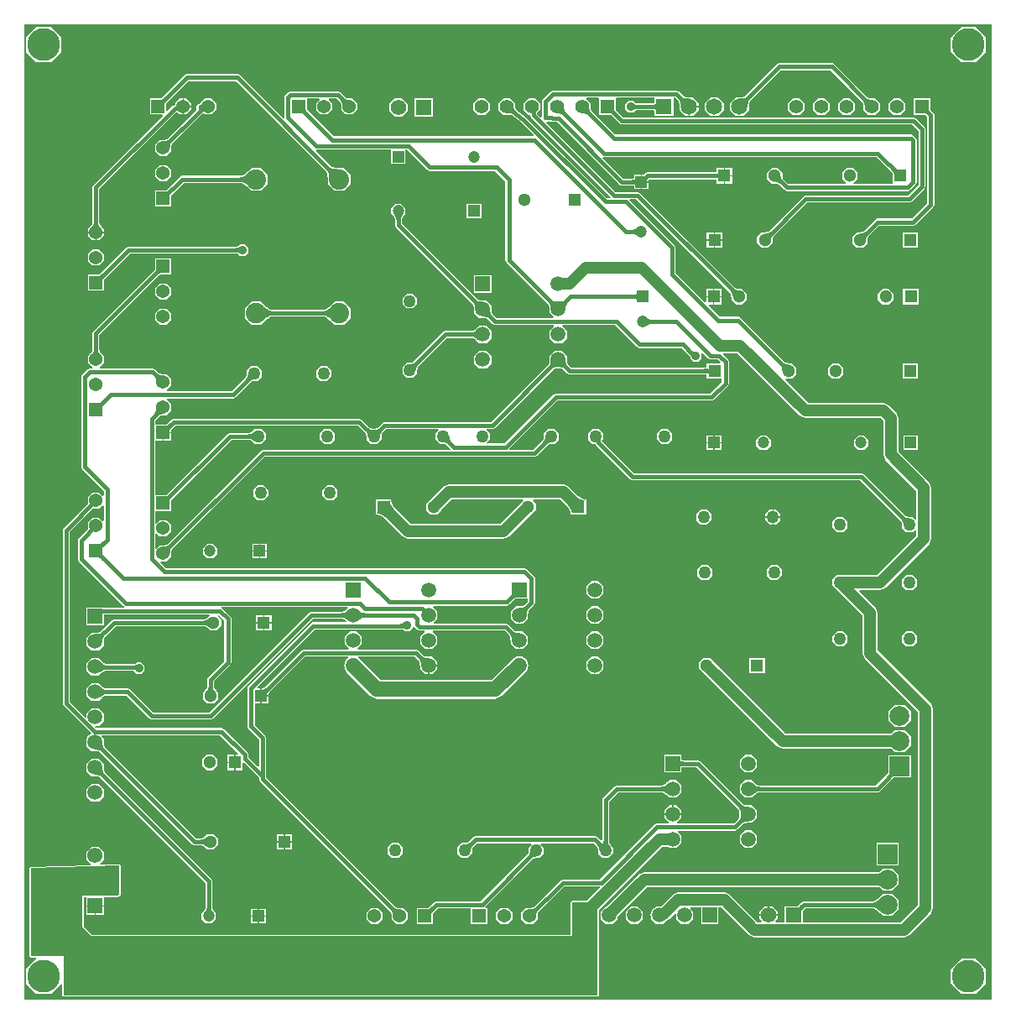
<source format=gbl>
G04*
G04 #@! TF.GenerationSoftware,Altium Limited,Altium Designer,22.4.2 (48)*
G04*
G04 Layer_Physical_Order=2*
G04 Layer_Color=16711680*
%FSLAX25Y25*%
%MOIN*%
G70*
G04*
G04 #@! TF.SameCoordinates,BAC31E3D-66FD-4EC8-AF34-655C25E5E96E*
G04*
G04*
G04 #@! TF.FilePolarity,Positive*
G04*
G01*
G75*
%ADD24C,0.04724*%
%ADD25R,0.04724X0.04724*%
%ADD29C,0.05118*%
%ADD30R,0.05118X0.05118*%
%ADD38R,0.04724X0.04724*%
%ADD39C,0.07874*%
%ADD40R,0.07874X0.07874*%
%ADD41C,0.04528*%
%ADD42C,0.05906*%
%ADD43C,0.01575*%
%ADD44C,0.06102*%
%ADD45R,0.06102X0.06102*%
%ADD46R,0.05906X0.05906*%
%ADD47C,0.05906*%
%ADD48R,0.05906X0.05906*%
%ADD49C,0.08071*%
%ADD50C,0.12992*%
%ADD51C,0.05394*%
%ADD52R,0.05394X0.05394*%
%ADD53R,0.05394X0.05394*%
%ADD54R,0.06142X0.06142*%
%ADD55C,0.06142*%
%ADD56R,0.05504X0.05504*%
%ADD57C,0.05504*%
%ADD58R,0.06496X0.06496*%
%ADD59C,0.06496*%
%ADD60C,0.04953*%
%ADD61C,0.03543*%
G36*
X699197Y100803D02*
X314803D01*
Y488197D01*
X699197D01*
Y100803D01*
D02*
G37*
%LPC*%
G36*
X692898Y486996D02*
X687102D01*
X683004Y482898D01*
Y477102D01*
X687102Y473004D01*
X692898D01*
X696996Y477102D01*
Y482898D01*
X692898Y486996D01*
D02*
G37*
G36*
X325398D02*
X319602D01*
X315504Y482898D01*
Y477102D01*
X319602Y473004D01*
X325398D01*
X329496Y477102D01*
Y482898D01*
X325398Y486996D01*
D02*
G37*
G36*
X379324Y458697D02*
X378250D01*
Y455750D01*
X381197D01*
Y456824D01*
X379324Y458697D01*
D02*
G37*
G36*
X389324D02*
X386676D01*
X384872Y456893D01*
X384700D01*
X383715Y456485D01*
X383307Y455500D01*
Y454277D01*
X371631Y442601D01*
X371579Y442569D01*
X371404Y442482D01*
X371216Y442408D01*
X371011Y442346D01*
X370791Y442298D01*
X370555Y442263D01*
X370302Y442243D01*
X370017Y442238D01*
X369923Y442197D01*
X368676D01*
X366803Y440324D01*
Y437676D01*
X368676Y435803D01*
X371324D01*
X373197Y437676D01*
Y438923D01*
X373238Y439017D01*
X373243Y439302D01*
X373263Y439555D01*
X373298Y439791D01*
X373346Y440011D01*
X373408Y440215D01*
X373482Y440404D01*
X373569Y440579D01*
X373601Y440631D01*
X385685Y452715D01*
X386168Y452811D01*
X386676Y452303D01*
X389324D01*
X391197Y454176D01*
Y456824D01*
X389324Y458697D01*
D02*
G37*
G36*
X381197Y455250D02*
X378250D01*
Y452303D01*
X379324D01*
X381197Y454176D01*
Y455250D01*
D02*
G37*
G36*
X662847Y458752D02*
X660153D01*
X658248Y456847D01*
Y454153D01*
X660153Y452248D01*
X662847D01*
X664752Y454153D01*
Y456847D01*
X662847Y458752D01*
D02*
G37*
G36*
X635700Y472693D02*
X614926D01*
X613941Y472285D01*
X601280Y459625D01*
X601139Y459545D01*
X600917Y459445D01*
X600669Y459358D01*
X600396Y459287D01*
X600103Y459232D01*
X599409Y459168D01*
X599025Y459163D01*
X598930Y459122D01*
X597447D01*
X595252Y456926D01*
Y453822D01*
X597447Y451626D01*
X600553D01*
X602748Y453822D01*
Y455304D01*
X602789Y455399D01*
X602794Y455790D01*
X602817Y456143D01*
X602857Y456470D01*
X602913Y456770D01*
X602984Y457044D01*
X603071Y457291D01*
X603170Y457513D01*
X603251Y457654D01*
X615503Y469907D01*
X635123D01*
X647833Y457197D01*
X647870Y457135D01*
X647959Y456956D01*
X648034Y456761D01*
X648097Y456550D01*
X648146Y456322D01*
X648181Y456077D01*
X648202Y455814D01*
X648207Y455518D01*
X648248Y455424D01*
Y454153D01*
X650153Y452248D01*
X652847D01*
X654752Y454153D01*
Y456847D01*
X652847Y458752D01*
X651576D01*
X651482Y458793D01*
X651187Y458798D01*
X650923Y458818D01*
X650678Y458853D01*
X650450Y458903D01*
X650239Y458965D01*
X650044Y459041D01*
X649865Y459130D01*
X649803Y459167D01*
X636685Y472285D01*
X635700Y472693D01*
D02*
G37*
G36*
X642847Y458752D02*
X640153D01*
X638248Y456847D01*
Y454153D01*
X640153Y452248D01*
X642847D01*
X644752Y454153D01*
Y456847D01*
X642847Y458752D01*
D02*
G37*
G36*
X632847D02*
X630153D01*
X628248Y456847D01*
Y454153D01*
X630153Y452248D01*
X632847D01*
X634752Y454153D01*
Y456847D01*
X632847Y458752D01*
D02*
G37*
G36*
X622847D02*
X620153D01*
X618248Y456847D01*
Y454153D01*
X620153Y452248D01*
X622847D01*
X624752Y454153D01*
Y456847D01*
X622847Y458752D01*
D02*
G37*
G36*
X497847D02*
X495153D01*
X493248Y456847D01*
Y454153D01*
X495153Y452248D01*
X497847D01*
X499752Y454153D01*
Y456847D01*
X497847Y458752D01*
D02*
G37*
G36*
X590553Y459122D02*
X587448D01*
X585252Y456926D01*
Y453822D01*
X587448Y451626D01*
X590553D01*
X592748Y453822D01*
Y456926D01*
X590553Y459122D01*
D02*
G37*
G36*
X582748Y455124D02*
X579250D01*
Y451626D01*
X580552D01*
X582748Y453822D01*
Y455124D01*
D02*
G37*
G36*
X399555Y468394D02*
X379500D01*
X378515Y467985D01*
X369456Y458927D01*
X369456Y458926D01*
X369233Y458771D01*
X369105Y458697D01*
X368499D01*
X368458Y458714D01*
X368416Y458697D01*
X368416D01*
X368372Y458707D01*
X368355Y458697D01*
X364803D01*
Y452303D01*
X369679D01*
X369870Y451841D01*
X342302Y424273D01*
X341894Y423287D01*
Y409200D01*
X341880Y409140D01*
X341818Y408955D01*
X341737Y408769D01*
X341637Y408581D01*
X341515Y408391D01*
X341372Y408200D01*
X341208Y408007D01*
X341010Y407802D01*
X340972Y407706D01*
X340090Y406824D01*
Y405750D01*
X343287D01*
X346484D01*
Y406824D01*
X345602Y407706D01*
X345565Y407802D01*
X345367Y408007D01*
X345202Y408200D01*
X345059Y408391D01*
X344938Y408581D01*
X344837Y408769D01*
X344757Y408955D01*
X344695Y409140D01*
X344681Y409200D01*
Y422710D01*
X375346Y453376D01*
X375603D01*
X376676Y452303D01*
X377750D01*
Y455500D01*
Y458697D01*
X376676D01*
X374803Y456824D01*
Y456163D01*
X374769D01*
X373784Y455755D01*
X371659Y453629D01*
X371197Y453821D01*
Y455855D01*
X371207Y455872D01*
X371197Y455916D01*
Y455916D01*
X371214Y455958D01*
X371197Y455999D01*
Y456605D01*
X371271Y456733D01*
X371422Y456950D01*
X371433Y456962D01*
X380077Y465606D01*
X398978D01*
X434845Y429740D01*
X434848Y429736D01*
X434979Y429485D01*
X435096Y429193D01*
X435197Y428862D01*
X435282Y428489D01*
X435346Y428083D01*
X435419Y427125D01*
X435424Y426590D01*
X435465Y426494D01*
Y424677D01*
X438121Y422020D01*
X441879D01*
X444535Y424677D01*
Y428434D01*
X441879Y431091D01*
X440066D01*
X439976Y431131D01*
X438926Y431163D01*
X438479Y431208D01*
X438066Y431274D01*
X437694Y431358D01*
X437362Y431459D01*
X437071Y431576D01*
X436820Y431707D01*
X436816Y431710D01*
X430681Y437845D01*
X430704Y437934D01*
X430927Y438307D01*
X460626D01*
Y432638D01*
X466350D01*
Y438307D01*
X467023D01*
X475015Y430315D01*
X476000Y429907D01*
X501823D01*
X506006Y425723D01*
Y394600D01*
X506415Y393615D01*
X523094Y376935D01*
X523151Y376840D01*
X523244Y376643D01*
X523324Y376427D01*
X523390Y376191D01*
X523443Y375934D01*
X523480Y375655D01*
X523501Y375355D01*
X523506Y375021D01*
X523547Y374926D01*
Y373570D01*
X525124Y371993D01*
X524917Y371494D01*
X502477D01*
X500906Y373065D01*
X500849Y373160D01*
X500756Y373357D01*
X500676Y373573D01*
X500609Y373809D01*
X500557Y374066D01*
X500520Y374345D01*
X500499Y374645D01*
X500494Y374979D01*
X500453Y375074D01*
Y376430D01*
X498430Y378453D01*
X497074D01*
X496979Y378494D01*
X496645Y378499D01*
X496345Y378520D01*
X496066Y378557D01*
X495809Y378609D01*
X495573Y378676D01*
X495357Y378756D01*
X495160Y378849D01*
X495065Y378906D01*
X464882Y409089D01*
Y410875D01*
X464926Y411024D01*
X464988Y411180D01*
X465063Y411333D01*
X465153Y411484D01*
X465259Y411633D01*
X465382Y411781D01*
X465533Y411939D01*
X465570Y412034D01*
X466350Y412814D01*
Y415186D01*
X464674Y416862D01*
X462303D01*
X460626Y415186D01*
Y412814D01*
X461407Y412034D01*
X461443Y411939D01*
X461595Y411781D01*
X461717Y411633D01*
X461823Y411484D01*
X461913Y411333D01*
X461989Y411180D01*
X462050Y411024D01*
X462095Y410875D01*
Y408512D01*
X462503Y407526D01*
X493094Y376935D01*
X493151Y376840D01*
X493244Y376643D01*
X493324Y376427D01*
X493391Y376191D01*
X493443Y375934D01*
X493480Y375655D01*
X493501Y375355D01*
X493506Y375021D01*
X493547Y374926D01*
Y373570D01*
X495570Y371547D01*
X496926D01*
X497021Y371506D01*
X497355Y371501D01*
X497655Y371480D01*
X497934Y371443D01*
X498191Y371391D01*
X498427Y371324D01*
X498643Y371244D01*
X498840Y371151D01*
X498935Y371094D01*
X500915Y369115D01*
X501900Y368706D01*
X525116D01*
X525324Y368207D01*
X523547Y366430D01*
Y363570D01*
X525570Y361547D01*
X528430D01*
X530453Y363570D01*
Y366430D01*
X528676Y368207D01*
X528884Y368706D01*
X549623D01*
X558315Y360015D01*
X559300Y359607D01*
X575923D01*
X579218Y356311D01*
X579267Y356235D01*
X579315Y356147D01*
X579354Y356066D01*
X579372Y356020D01*
Y355559D01*
X580702Y354228D01*
X582584D01*
X583915Y355559D01*
Y357407D01*
X584292Y357737D01*
X586615Y355415D01*
X587600Y355007D01*
X590423D01*
X591408Y354021D01*
X591217Y353559D01*
X589301D01*
Y350500D01*
Y347441D01*
X592006D01*
Y346077D01*
X587423Y341494D01*
X526100D01*
X525115Y341085D01*
X505675Y321645D01*
X498728D01*
X498537Y322107D01*
X499697Y323267D01*
Y325733D01*
X498485Y326945D01*
X498676Y327407D01*
X500800D01*
X501785Y327815D01*
X525065Y351094D01*
X525160Y351151D01*
X525357Y351244D01*
X525573Y351324D01*
X525809Y351391D01*
X526066Y351443D01*
X526345Y351480D01*
X526645Y351501D01*
X526979Y351506D01*
X527000Y351515D01*
X527021Y351506D01*
X527355Y351501D01*
X527655Y351480D01*
X527934Y351443D01*
X528191Y351391D01*
X528427Y351324D01*
X528644Y351244D01*
X528840Y351151D01*
X528935Y351094D01*
X530515Y349515D01*
X531500Y349107D01*
X585645D01*
X585773Y349073D01*
X585876Y349031D01*
X585935Y348994D01*
X585960Y348972D01*
X585965Y348963D01*
X585969Y348954D01*
X585978Y348868D01*
X585992Y348842D01*
Y347441D01*
X588801D01*
Y350500D01*
Y353559D01*
X585992D01*
Y352158D01*
X585978Y352132D01*
X585969Y352046D01*
X585965Y352037D01*
X585960Y352028D01*
X585935Y352006D01*
X585876Y351969D01*
X585773Y351927D01*
X585645Y351893D01*
X532077D01*
X530906Y353065D01*
X530849Y353160D01*
X530756Y353357D01*
X530676Y353573D01*
X530610Y353809D01*
X530557Y354066D01*
X530520Y354345D01*
X530499Y354645D01*
X530494Y354979D01*
X530453Y355074D01*
Y356430D01*
X528430Y358453D01*
X527250D01*
Y355000D01*
X526750D01*
Y358453D01*
X525570D01*
X523547Y356430D01*
Y355074D01*
X523506Y354979D01*
X523501Y354645D01*
X523480Y354345D01*
X523443Y354066D01*
X523390Y353809D01*
X523324Y353573D01*
X523244Y353357D01*
X523151Y353160D01*
X523094Y353065D01*
X500223Y330193D01*
X458020D01*
X457035Y329785D01*
X455084Y327834D01*
X455072Y327827D01*
X454916Y327745D01*
X454751Y327675D01*
X454575Y327618D01*
X454388Y327573D01*
X454188Y327541D01*
X453975Y327522D01*
X453734Y327517D01*
X453720Y327512D01*
X453707Y327517D01*
X453465Y327522D01*
X453253Y327541D01*
X453054Y327573D01*
X452866Y327618D01*
X452690Y327675D01*
X452524Y327745D01*
X452368Y327827D01*
X452357Y327834D01*
X449006Y331185D01*
X448020Y331593D01*
X374200D01*
X373215Y331185D01*
X371456Y329427D01*
X371456Y329426D01*
X371233Y329271D01*
X371105Y329197D01*
X370499D01*
X370458Y329214D01*
X370416Y329197D01*
X370416D01*
X370372Y329207D01*
X370355Y329197D01*
X370250D01*
Y326250D01*
X373197D01*
Y326355D01*
X373207Y326372D01*
X373197Y326416D01*
Y326416D01*
X373214Y326458D01*
X373197Y326499D01*
Y327105D01*
X373271Y327233D01*
X373422Y327449D01*
X373433Y327462D01*
X374777Y328806D01*
X447443D01*
X450387Y325863D01*
X450394Y325852D01*
X450476Y325696D01*
X450545Y325531D01*
X450602Y325354D01*
X450647Y325167D01*
X450679Y324967D01*
X450698Y324755D01*
X450703Y324513D01*
X450744Y324420D01*
Y323267D01*
X452488Y321524D01*
X453470D01*
Y324500D01*
X453970D01*
Y321524D01*
X454953D01*
X456697Y323267D01*
Y324420D01*
X456738Y324513D01*
X456743Y324755D01*
X456762Y324967D01*
X456793Y325167D01*
X456838Y325355D01*
X456895Y325531D01*
X456965Y325696D01*
X457047Y325852D01*
X457054Y325863D01*
X458598Y327407D01*
X479324D01*
X479515Y326945D01*
X478303Y325733D01*
Y323267D01*
X480047Y321524D01*
X481200D01*
X481293Y321483D01*
X481535Y321478D01*
X481747Y321459D01*
X481947Y321427D01*
X482134Y321382D01*
X482310Y321325D01*
X482476Y321255D01*
X482631Y321173D01*
X482643Y321166D01*
X484223Y319586D01*
X484016Y319086D01*
X409693D01*
X408707Y318678D01*
X371631Y281601D01*
X371579Y281569D01*
X371404Y281482D01*
X371216Y281408D01*
X371011Y281346D01*
X370791Y281297D01*
X370555Y281263D01*
X370302Y281243D01*
X370017Y281238D01*
X369923Y281197D01*
X368676D01*
X367355Y279876D01*
X366894Y280068D01*
Y285932D01*
X367355Y286124D01*
X368676Y284803D01*
X371324D01*
X373197Y286676D01*
Y289324D01*
X371324Y291197D01*
X368676D01*
X367355Y289876D01*
X366894Y290068D01*
Y294803D01*
X373197D01*
Y298355D01*
X373207Y298372D01*
X373197Y298416D01*
Y298416D01*
X373214Y298458D01*
X373197Y298499D01*
Y299105D01*
X373271Y299233D01*
X373422Y299449D01*
X373433Y299462D01*
X397077Y323107D01*
X404399D01*
X404412Y323104D01*
X404580Y323051D01*
X404747Y322984D01*
X404912Y322900D01*
X405076Y322799D01*
X405240Y322680D01*
X405403Y322543D01*
X405577Y322376D01*
X405672Y322339D01*
X406488Y321524D01*
X408953D01*
X410697Y323267D01*
Y325733D01*
X408953Y327476D01*
X406488D01*
X405672Y326661D01*
X405577Y326624D01*
X405403Y326457D01*
X405240Y326320D01*
X405076Y326201D01*
X404912Y326100D01*
X404746Y326016D01*
X404580Y325949D01*
X404412Y325896D01*
X404399Y325893D01*
X396500D01*
X395515Y325485D01*
X371456Y301427D01*
X371456Y301426D01*
X371233Y301271D01*
X371105Y301197D01*
X370499D01*
X370458Y301214D01*
X370416Y301197D01*
X370416D01*
X370372Y301207D01*
X370355Y301197D01*
X366894D01*
Y322803D01*
X369750D01*
Y326000D01*
Y329197D01*
X366894D01*
Y330923D01*
X368369Y332399D01*
X368421Y332431D01*
X368596Y332518D01*
X368784Y332592D01*
X368989Y332654D01*
X369209Y332702D01*
X369445Y332737D01*
X369698Y332757D01*
X369983Y332762D01*
X370077Y332803D01*
X371324D01*
X373197Y334676D01*
Y337324D01*
X371414Y339106D01*
X371542Y339606D01*
X397720D01*
X398706Y340015D01*
X404857Y346166D01*
X404869Y346173D01*
X405024Y346255D01*
X405190Y346325D01*
X405366Y346382D01*
X405553Y346427D01*
X405753Y346459D01*
X405965Y346478D01*
X406207Y346483D01*
X406300Y346524D01*
X407453D01*
X409197Y348267D01*
Y350733D01*
X407453Y352476D01*
X404987D01*
X403244Y350733D01*
Y349580D01*
X403203Y349487D01*
X403198Y349245D01*
X403179Y349033D01*
X403147Y348833D01*
X403103Y348645D01*
X403045Y348469D01*
X402976Y348304D01*
X402894Y348148D01*
X402887Y348137D01*
X397143Y342393D01*
X371542D01*
X371414Y342894D01*
X373197Y344676D01*
Y347324D01*
X371324Y349197D01*
X370077D01*
X369983Y349238D01*
X369698Y349243D01*
X369445Y349263D01*
X369209Y349297D01*
X368989Y349346D01*
X368784Y349408D01*
X368596Y349482D01*
X368421Y349569D01*
X368369Y349601D01*
X366985Y350985D01*
X366000Y351394D01*
X344830D01*
X344702Y351893D01*
X346484Y353676D01*
Y356324D01*
X345602Y357206D01*
X345565Y357302D01*
X345367Y357507D01*
X345202Y357700D01*
X345059Y357891D01*
X344938Y358081D01*
X344837Y358269D01*
X344757Y358455D01*
X344695Y358640D01*
X344681Y358700D01*
Y364710D01*
X368536Y388565D01*
X368541Y388569D01*
X368763Y388724D01*
X368902Y388803D01*
X369472D01*
X369542Y388774D01*
X369583Y388791D01*
X369627Y388781D01*
X369664Y388803D01*
X373197D01*
Y395197D01*
X366803D01*
Y391664D01*
X366781Y391627D01*
X366791Y391583D01*
X366774Y391542D01*
X366803Y391472D01*
Y390902D01*
X366723Y390763D01*
X366574Y390547D01*
X366558Y390529D01*
X342302Y366273D01*
X341894Y365287D01*
Y358700D01*
X341880Y358640D01*
X341818Y358455D01*
X341737Y358269D01*
X341637Y358081D01*
X341515Y357891D01*
X341372Y357700D01*
X341208Y357507D01*
X341010Y357302D01*
X340972Y357206D01*
X340090Y356324D01*
Y353676D01*
X341873Y351893D01*
X341745Y351394D01*
X340800D01*
X339815Y350985D01*
X337815Y348985D01*
X337406Y348000D01*
Y312500D01*
X337815Y311515D01*
X346407Y302923D01*
Y301055D01*
X345945Y300864D01*
X344612Y302197D01*
X341963D01*
X340090Y300324D01*
Y297774D01*
X330515Y288198D01*
X330106Y287213D01*
Y218503D01*
X330515Y217518D01*
X341385Y206647D01*
X341160Y206166D01*
X340223Y205777D01*
X339814Y204792D01*
X339842Y204725D01*
X339547Y204430D01*
Y201570D01*
X341570Y199547D01*
X342926D01*
X343021Y199506D01*
X343355Y199501D01*
X343655Y199480D01*
X343934Y199443D01*
X344191Y199390D01*
X344427Y199324D01*
X344643Y199244D01*
X344840Y199151D01*
X344935Y199094D01*
X381515Y162515D01*
X382500Y162107D01*
X385272D01*
X385303Y162100D01*
X385478Y162044D01*
X385651Y161971D01*
X385825Y161881D01*
X385999Y161772D01*
X386173Y161645D01*
X386348Y161497D01*
X386534Y161318D01*
X386629Y161281D01*
X387469Y160441D01*
X390003D01*
X391795Y162233D01*
Y164767D01*
X390003Y166559D01*
X387469D01*
X386629Y165719D01*
X386534Y165682D01*
X386348Y165503D01*
X386173Y165355D01*
X385999Y165228D01*
X385825Y165119D01*
X385651Y165029D01*
X385478Y164956D01*
X385303Y164901D01*
X385272Y164893D01*
X383077D01*
X346906Y201065D01*
X346849Y201160D01*
X346756Y201357D01*
X346676Y201573D01*
X346609Y201809D01*
X346557Y202066D01*
X346520Y202345D01*
X346499Y202645D01*
X346494Y202979D01*
X346453Y203074D01*
Y204430D01*
X345498Y205385D01*
X345690Y205847D01*
X392680D01*
X400006Y198521D01*
X399815Y198059D01*
X398809D01*
Y195000D01*
X398559D01*
D01*
X398809D01*
Y191941D01*
X401618D01*
Y194758D01*
X402080Y194949D01*
X408107Y188923D01*
Y188472D01*
X408515Y187487D01*
X460399Y135603D01*
X460431Y135551D01*
X460518Y135377D01*
X460592Y135188D01*
X460654Y134984D01*
X460703Y134764D01*
X460737Y134527D01*
X460757Y134274D01*
X460762Y133990D01*
X460803Y133896D01*
Y132648D01*
X462676Y130775D01*
X465324D01*
X467197Y132648D01*
Y135297D01*
X465324Y137169D01*
X464077D01*
X463983Y137210D01*
X463698Y137215D01*
X463445Y137235D01*
X463209Y137270D01*
X462989Y137318D01*
X462784Y137380D01*
X462596Y137454D01*
X462421Y137542D01*
X462369Y137574D01*
X410893Y189050D01*
Y189500D01*
Y204800D01*
X410485Y205785D01*
X406401Y209869D01*
Y218441D01*
X408604D01*
Y221500D01*
Y224559D01*
X407599D01*
X407407Y225021D01*
X430253Y247866D01*
X465134D01*
X465181Y247856D01*
X465283Y247825D01*
X465374Y247791D01*
X465453Y247754D01*
X465522Y247714D01*
X465603Y247657D01*
X465638Y247649D01*
X466059Y247228D01*
X467941D01*
X469272Y248559D01*
Y248919D01*
X469772Y249019D01*
X469815Y248915D01*
X471015Y247715D01*
X472000Y247306D01*
X473717D01*
X473924Y246807D01*
X472047Y244930D01*
Y242070D01*
X474070Y240047D01*
X476930D01*
X478953Y242070D01*
Y244930D01*
X477076Y246807D01*
X477283Y247306D01*
X505723D01*
X507594Y245435D01*
X507651Y245340D01*
X507744Y245143D01*
X507824Y244927D01*
X507891Y244691D01*
X507943Y244434D01*
X507980Y244155D01*
X508001Y243855D01*
X508006Y243521D01*
X508047Y243426D01*
Y242070D01*
X510070Y240047D01*
X512930D01*
X514953Y242070D01*
Y244930D01*
X512930Y246953D01*
X511574D01*
X511479Y246994D01*
X511145Y246999D01*
X510845Y247020D01*
X510566Y247057D01*
X510309Y247110D01*
X510073Y247176D01*
X509857Y247256D01*
X509660Y247349D01*
X509565Y247406D01*
X507285Y249685D01*
X506300Y250094D01*
X477630D01*
X477438Y250555D01*
X478953Y252070D01*
Y254930D01*
X477158Y256725D01*
X477365Y257225D01*
X506618D01*
X507604Y257633D01*
X509780Y259810D01*
X509785Y259813D01*
X510007Y259968D01*
X510146Y260047D01*
X510716D01*
X510786Y260018D01*
X510827Y260035D01*
X510871Y260025D01*
X510908Y260047D01*
X514907D01*
Y258877D01*
X513435Y257406D01*
X513340Y257349D01*
X513143Y257256D01*
X512927Y257176D01*
X512691Y257109D01*
X512434Y257057D01*
X512155Y257020D01*
X511855Y256999D01*
X511521Y256994D01*
X511426Y256953D01*
X510070D01*
X508047Y254930D01*
Y252070D01*
X510070Y250047D01*
X512930D01*
X514953Y252070D01*
Y253426D01*
X514994Y253521D01*
X514999Y253855D01*
X515020Y254155D01*
X515057Y254434D01*
X515109Y254691D01*
X515176Y254927D01*
X515256Y255143D01*
X515349Y255340D01*
X515406Y255435D01*
X517285Y257315D01*
X517694Y258300D01*
Y268000D01*
X517285Y268985D01*
X514502Y271769D01*
X513516Y272177D01*
X370994D01*
X368867Y274303D01*
X369075Y274803D01*
X371324D01*
X373197Y276676D01*
Y277923D01*
X373238Y278017D01*
X373243Y278302D01*
X373263Y278555D01*
X373298Y278791D01*
X373346Y279011D01*
X373408Y279216D01*
X373482Y279404D01*
X373569Y279579D01*
X373601Y279631D01*
X410270Y316299D01*
X517472D01*
X518458Y316707D01*
X522917Y321166D01*
X522928Y321173D01*
X523084Y321255D01*
X523249Y321325D01*
X523425Y321382D01*
X523612Y321427D01*
X523812Y321459D01*
X524025Y321478D01*
X524266Y321483D01*
X524360Y321524D01*
X525513D01*
X527256Y323267D01*
Y325733D01*
X525513Y327476D01*
X523047D01*
X521303Y325733D01*
Y324580D01*
X521262Y324487D01*
X521257Y324245D01*
X521239Y324033D01*
X521207Y323833D01*
X521162Y323645D01*
X521104Y323469D01*
X521035Y323304D01*
X520953Y323148D01*
X520946Y323137D01*
X516895Y319086D01*
X507764D01*
X507557Y319586D01*
X526677Y338706D01*
X588000D01*
X588985Y339115D01*
X594385Y344515D01*
X594794Y345500D01*
Y354000D01*
X594385Y354985D01*
X592278Y357093D01*
X592485Y357593D01*
X598038D01*
X622946Y332685D01*
X625061Y331808D01*
X654961D01*
X656109Y330661D01*
Y317300D01*
X656985Y315185D01*
X669309Y302861D01*
Y291601D01*
X668847Y291410D01*
X667780Y292476D01*
X666627D01*
X666534Y292517D01*
X666292Y292523D01*
X666080Y292541D01*
X665880Y292573D01*
X665693Y292618D01*
X665517Y292675D01*
X665351Y292745D01*
X665195Y292827D01*
X665184Y292834D01*
X648532Y309485D01*
X647547Y309893D01*
X557077D01*
X544200Y322771D01*
X544697Y323267D01*
Y325733D01*
X542953Y327476D01*
X540487D01*
X538744Y325733D01*
Y323267D01*
X540487Y321524D01*
X541779D01*
X541971Y321058D01*
X555515Y307515D01*
X556500Y307106D01*
X646970D01*
X663213Y290863D01*
X663221Y290852D01*
X663303Y290696D01*
X663372Y290530D01*
X663429Y290354D01*
X663474Y290167D01*
X663506Y289967D01*
X663525Y289755D01*
X663530Y289513D01*
X663571Y289420D01*
Y288267D01*
X665314Y286524D01*
X667780D01*
X668847Y287590D01*
X669309Y287399D01*
Y285039D01*
X653761Y269492D01*
X638988D01*
X638952Y269476D01*
X637755D01*
X636909Y268630D01*
X636873Y268615D01*
X636858Y268579D01*
X636012Y267733D01*
Y266536D01*
X635997Y266500D01*
X636012Y266463D01*
Y265267D01*
X636858Y264421D01*
X636873Y264385D01*
X648008Y253249D01*
Y238200D01*
X648885Y236085D01*
X670009Y214961D01*
Y138364D01*
X663176Y131531D01*
X624071D01*
Y135268D01*
X624080Y135282D01*
X624071Y135321D01*
Y135336D01*
X624088Y135377D01*
X624071Y135419D01*
Y135863D01*
X624072Y135866D01*
X624179Y136039D01*
X624294Y136197D01*
X625164Y137067D01*
X652139D01*
X652399Y136987D01*
X652680Y136869D01*
X652977Y136712D01*
X653291Y136515D01*
X653612Y136283D01*
X654317Y135679D01*
X654685Y135318D01*
X654782Y135279D01*
X656038Y134024D01*
X659714D01*
X662313Y136623D01*
Y140298D01*
X659714Y142898D01*
X656038D01*
X654786Y141646D01*
X654694Y141611D01*
X653954Y140916D01*
X653618Y140642D01*
X653290Y140406D01*
X652977Y140209D01*
X652680Y140053D01*
X652399Y139934D01*
X652139Y139854D01*
X624587D01*
X623601Y139446D01*
X622324Y138168D01*
X622165Y138053D01*
X621992Y137946D01*
X621988Y137945D01*
X621545D01*
X621503Y137962D01*
X621462Y137945D01*
X621447D01*
X621408Y137953D01*
X621394Y137945D01*
X616929D01*
Y131531D01*
X613360D01*
X613169Y131993D01*
X614071Y132895D01*
Y134124D01*
X610500D01*
X606929D01*
Y132895D01*
X607831Y131993D01*
X607640Y131531D01*
X606200D01*
X595229Y142501D01*
X593114Y143377D01*
X574551D01*
X572435Y142501D01*
X567737Y137803D01*
X566723D01*
X566605Y137754D01*
X565741D01*
X565130Y137143D01*
X564608Y136927D01*
X564269Y136588D01*
X564053Y136065D01*
X563719Y135731D01*
Y135258D01*
X563393Y134472D01*
X563719Y133686D01*
Y132871D01*
X565741Y130848D01*
X568602D01*
X569995Y132242D01*
X571092Y132696D01*
X573257Y134861D01*
X573719Y134670D01*
Y132871D01*
X575741Y130848D01*
X578602D01*
X580624Y132871D01*
Y135731D01*
X579423Y136932D01*
X579614Y137394D01*
X583719D01*
Y130848D01*
X590624D01*
Y137394D01*
X591875D01*
X602845Y126424D01*
X604961Y125548D01*
X664415D01*
X666530Y126424D01*
X675115Y135009D01*
X675991Y137125D01*
Y216200D01*
X675115Y218315D01*
X653992Y239439D01*
Y254488D01*
X653115Y256604D01*
X646672Y263047D01*
X646864Y263509D01*
X655000D01*
X657115Y264385D01*
X674415Y281685D01*
X675291Y283800D01*
Y304100D01*
X674415Y306215D01*
X662091Y318539D01*
Y331900D01*
X661215Y334015D01*
X658315Y336915D01*
X656200Y337791D01*
X626300D01*
X617037Y347055D01*
X617358Y347441D01*
X619846D01*
X621638Y349233D01*
Y351767D01*
X619846Y353559D01*
X618658D01*
X618564Y353600D01*
X618306Y353605D01*
X618079Y353624D01*
X617865Y353657D01*
X617665Y353703D01*
X617479Y353762D01*
X617304Y353834D01*
X617142Y353918D01*
X617115Y353935D01*
X599494Y371556D01*
X598508Y371964D01*
X591139D01*
X586624Y376479D01*
X586815Y376941D01*
X588506D01*
Y379750D01*
X585697D01*
Y378059D01*
X585235Y377868D01*
X573685Y389419D01*
Y399370D01*
X573276Y400355D01*
X555325Y418306D01*
X555532Y418807D01*
X557979D01*
X595321Y381464D01*
X595338Y381437D01*
X595422Y381274D01*
X595494Y381100D01*
X595552Y380914D01*
X595599Y380714D01*
X595632Y380500D01*
X595651Y380273D01*
X595656Y380015D01*
X595697Y379921D01*
Y378733D01*
X597489Y376941D01*
X600023D01*
X601815Y378733D01*
Y381267D01*
X600023Y383059D01*
X598835D01*
X598741Y383100D01*
X598483Y383105D01*
X598256Y383124D01*
X598042Y383157D01*
X597842Y383204D01*
X597656Y383262D01*
X597482Y383334D01*
X597319Y383418D01*
X597292Y383435D01*
X559541Y421185D01*
X558556Y421594D01*
X549658D01*
X522164Y449087D01*
X522384Y449575D01*
X526484Y449327D01*
X551296Y424515D01*
X552282Y424107D01*
X556791D01*
X556918Y424073D01*
X557021Y424031D01*
X557081Y423994D01*
X557105Y423972D01*
X557111Y423963D01*
X557115Y423954D01*
X557124Y423868D01*
X557138Y423842D01*
Y422638D01*
X559750D01*
Y425500D01*
Y428362D01*
X557138D01*
Y427158D01*
X557124Y427132D01*
X557115Y427046D01*
X557111Y427037D01*
X557105Y427028D01*
X557081Y427005D01*
X557022Y426969D01*
X556918Y426928D01*
X556791Y426894D01*
X552859D01*
X544565Y435187D01*
X544849Y435611D01*
X545100Y435506D01*
X653338D01*
X659526Y429318D01*
X659526Y429318D01*
X659682Y429095D01*
X659756Y428967D01*
Y428362D01*
X659739Y428320D01*
X659756Y428278D01*
Y428278D01*
X659746Y428234D01*
X659756Y428218D01*
Y424941D01*
X659358Y424693D01*
X644542D01*
X644335Y425194D01*
X645874Y426733D01*
Y429267D01*
X644082Y431059D01*
X641548D01*
X639756Y429267D01*
Y426733D01*
X641295Y425194D01*
X641088Y424693D01*
X618277D01*
X616435Y426536D01*
X616418Y426563D01*
X616334Y426726D01*
X616262Y426900D01*
X616203Y427086D01*
X616157Y427286D01*
X616124Y427500D01*
X616105Y427727D01*
X616100Y427985D01*
X616059Y428079D01*
Y429267D01*
X614267Y431059D01*
X611733D01*
X609941Y429267D01*
Y426733D01*
X611733Y424941D01*
X612921D01*
X613015Y424900D01*
X613273Y424895D01*
X613500Y424876D01*
X613714Y424843D01*
X613914Y424796D01*
X614100Y424738D01*
X614274Y424666D01*
X614437Y424582D01*
X614464Y424565D01*
X616715Y422315D01*
X617700Y421907D01*
X666000D01*
X666985Y422315D01*
X668985Y424315D01*
X669393Y425300D01*
Y441978D01*
X668985Y442963D01*
X668063Y443885D01*
X667077Y444293D01*
X549677D01*
X540167Y453803D01*
X540130Y453865D01*
X540041Y454044D01*
X539965Y454239D01*
X539903Y454450D01*
X539853Y454678D01*
X539818Y454923D01*
X539798Y455187D01*
X539793Y455482D01*
X539752Y455576D01*
Y456847D01*
X538099Y458500D01*
X538306Y459000D01*
X542851D01*
X543248Y458752D01*
X543248Y458500D01*
Y452248D01*
X546892D01*
X546928Y452225D01*
X546972Y452236D01*
X547013Y452219D01*
X547083Y452248D01*
X547653D01*
X547792Y452168D01*
X548008Y452018D01*
X548026Y452003D01*
X551315Y448715D01*
X552300Y448307D01*
X667623D01*
X670107Y445823D01*
Y424277D01*
X666023Y420193D01*
X625351D01*
X624366Y419785D01*
X610515Y405935D01*
X610489Y405918D01*
X610326Y405834D01*
X610151Y405762D01*
X609965Y405703D01*
X609765Y405657D01*
X609551Y405624D01*
X609324Y405605D01*
X609066Y405600D01*
X608972Y405559D01*
X607784D01*
X605992Y403767D01*
Y401233D01*
X607784Y399441D01*
X610318D01*
X612110Y401233D01*
Y402421D01*
X612151Y402515D01*
X612156Y402773D01*
X612176Y403000D01*
X612209Y403214D01*
X612255Y403414D01*
X612314Y403600D01*
X612385Y403774D01*
X612469Y403937D01*
X612486Y403964D01*
X625928Y417407D01*
X666600D01*
X667585Y417815D01*
X672485Y422715D01*
X672893Y423700D01*
Y446400D01*
X672485Y447385D01*
X669185Y450685D01*
X668200Y451093D01*
X552877D01*
X549990Y453981D01*
X549986Y453986D01*
X549831Y454208D01*
X549752Y454347D01*
Y454917D01*
X549781Y454987D01*
X549764Y455028D01*
X549775Y455072D01*
X549752Y455108D01*
Y458500D01*
X549752Y458752D01*
X550149Y459000D01*
X565252D01*
Y457032D01*
X565238Y457006D01*
X565229Y456920D01*
X565225Y456911D01*
X565219Y456902D01*
X565195Y456880D01*
X565136Y456843D01*
X565032Y456802D01*
X564905Y456768D01*
X557905D01*
X557828Y456789D01*
X557737Y456823D01*
X557658Y456861D01*
X557589Y456902D01*
X557530Y456946D01*
X557457Y457013D01*
X557367Y457046D01*
X556767Y457646D01*
X554885D01*
X553554Y456315D01*
Y454433D01*
X554885Y453102D01*
X556767D01*
X557367Y453702D01*
X557457Y453735D01*
X557530Y453802D01*
X557589Y453846D01*
X557658Y453887D01*
X557737Y453925D01*
X557828Y453959D01*
X557905Y453980D01*
X564905D01*
X565032Y453946D01*
X565136Y453905D01*
X565195Y453868D01*
X565219Y453846D01*
X565225Y453837D01*
X565229Y453828D01*
X565238Y453742D01*
X565252Y453716D01*
Y451626D01*
X572748D01*
Y459000D01*
X573403D01*
X574749Y457654D01*
X574829Y457513D01*
X574929Y457291D01*
X575016Y457044D01*
X575087Y456770D01*
X575142Y456477D01*
X575206Y455783D01*
X575211Y455399D01*
X575252Y455304D01*
Y453822D01*
X577448Y451626D01*
X578750D01*
Y455374D01*
X579000D01*
Y455624D01*
X582748D01*
Y456926D01*
X580552Y459122D01*
X579070D01*
X578975Y459163D01*
X578584Y459168D01*
X578231Y459191D01*
X577904Y459231D01*
X577604Y459287D01*
X577330Y459358D01*
X577083Y459445D01*
X576861Y459545D01*
X576720Y459625D01*
X574966Y461379D01*
X573980Y461787D01*
X524996D01*
X524011Y461379D01*
X520915Y458283D01*
X520506Y457297D01*
Y451452D01*
X520007Y451245D01*
X518645Y452606D01*
Y453046D01*
X519752Y454153D01*
Y456847D01*
X517847Y458752D01*
X515153D01*
X513248Y456847D01*
Y454153D01*
X515153Y452248D01*
X515858D01*
Y452029D01*
X516266Y451044D01*
X547776Y419534D01*
X547569Y419034D01*
X546336D01*
X514285Y451085D01*
X514208Y451118D01*
X514167Y451191D01*
X510337Y454232D01*
X510293Y454289D01*
X510184Y454457D01*
X510087Y454642D01*
X510000Y454845D01*
X509925Y455065D01*
X509863Y455306D01*
X509812Y455565D01*
X509773Y455858D01*
X509752Y455895D01*
Y456847D01*
X507847Y458752D01*
X505153D01*
X503248Y456847D01*
Y454153D01*
X505153Y452248D01*
X506836D01*
X506893Y452231D01*
X507073Y452248D01*
X507841D01*
X507931Y452239D01*
X508148Y452201D01*
X508350Y452148D01*
X508538Y452080D01*
X508604Y452050D01*
X512371Y449058D01*
X517277Y444152D01*
X517070Y443652D01*
X437818D01*
X427434Y454036D01*
X427431Y454041D01*
X427276Y454263D01*
X427197Y454402D01*
Y454972D01*
X427226Y455042D01*
X427209Y455083D01*
X427219Y455127D01*
X427197Y455164D01*
Y458697D01*
X427693Y458707D01*
X431978D01*
X432186Y458207D01*
X430803Y456824D01*
Y454176D01*
X432676Y452303D01*
X435324D01*
X437197Y454176D01*
Y456824D01*
X435815Y458207D01*
X436022Y458707D01*
X438823D01*
X440399Y457131D01*
X440431Y457079D01*
X440518Y456904D01*
X440592Y456715D01*
X440654Y456511D01*
X440702Y456291D01*
X440737Y456055D01*
X440757Y455802D01*
X440762Y455517D01*
X440803Y455423D01*
Y454176D01*
X442676Y452303D01*
X445324D01*
X447197Y454176D01*
Y456824D01*
X445324Y458697D01*
X444077D01*
X443983Y458738D01*
X443698Y458743D01*
X443445Y458763D01*
X443209Y458798D01*
X442989Y458846D01*
X442785Y458908D01*
X442596Y458982D01*
X442421Y459069D01*
X442369Y459101D01*
X440385Y461085D01*
X439400Y461493D01*
X420600D01*
X419615Y461085D01*
X418515Y459985D01*
X418107Y459000D01*
Y451126D01*
X417734Y450904D01*
X417645Y450881D01*
X400540Y467985D01*
X399555Y468394D01*
D02*
G37*
G36*
X477071Y458669D02*
X469929D01*
Y451528D01*
X477071D01*
Y458669D01*
D02*
G37*
G36*
X464979D02*
X462021D01*
X459929Y456577D01*
Y453619D01*
X462021Y451528D01*
X464979D01*
X467071Y453619D01*
Y456577D01*
X464979Y458669D01*
D02*
G37*
G36*
X596059Y431059D02*
X593250D01*
Y428250D01*
X596059D01*
Y431059D01*
D02*
G37*
G36*
X371324Y432197D02*
X368676D01*
X366803Y430324D01*
Y427676D01*
X368676Y425803D01*
X371324D01*
X373197Y427676D01*
Y430324D01*
X371324Y432197D01*
D02*
G37*
G36*
X596059Y427750D02*
X593250D01*
Y424941D01*
X596059D01*
Y427750D01*
D02*
G37*
G36*
X592750Y431059D02*
X589941D01*
Y429393D01*
X562500D01*
X561515Y428985D01*
X560891Y428362D01*
X560250D01*
Y425750D01*
X562862D01*
Y426392D01*
X563077Y426607D01*
X589941D01*
Y424941D01*
X592750D01*
Y428000D01*
Y431059D01*
D02*
G37*
G36*
X562862Y425250D02*
X560250D01*
Y422638D01*
X562862D01*
Y425250D01*
D02*
G37*
G36*
X408879Y431091D02*
X405121D01*
X403840Y429809D01*
X403747Y429774D01*
X402982Y429054D01*
X402634Y428770D01*
X402296Y428524D01*
X401973Y428320D01*
X401667Y428157D01*
X401378Y428034D01*
X401108Y427950D01*
X401103Y427949D01*
X377555D01*
X376570Y427540D01*
X371456Y422427D01*
X371456Y422426D01*
X371233Y422271D01*
X371105Y422197D01*
X370499D01*
X370458Y422214D01*
X370416Y422197D01*
X370416D01*
X370372Y422207D01*
X370355Y422197D01*
X366803D01*
Y415803D01*
X373197D01*
Y419355D01*
X373207Y419372D01*
X373197Y419416D01*
Y419416D01*
X373214Y419458D01*
X373197Y419499D01*
Y420105D01*
X373271Y420233D01*
X373422Y420449D01*
X373433Y420462D01*
X378132Y425162D01*
X401103D01*
X401108Y425161D01*
X401378Y425076D01*
X401667Y424953D01*
X401973Y424790D01*
X402296Y424586D01*
X402629Y424345D01*
X403357Y423719D01*
X403739Y423344D01*
X403836Y423305D01*
X405121Y422020D01*
X408879D01*
X411535Y424677D01*
Y428434D01*
X408879Y431091D01*
D02*
G37*
G36*
X496374Y416862D02*
X490650D01*
Y411138D01*
X496374D01*
Y416862D01*
D02*
G37*
G36*
X592110Y405559D02*
X589301D01*
Y402750D01*
X592110D01*
Y405559D01*
D02*
G37*
G36*
X588801D02*
X585992D01*
Y402750D01*
X588801D01*
Y405559D01*
D02*
G37*
G36*
X346484Y405250D02*
X343537D01*
Y402303D01*
X344612D01*
X346484Y404176D01*
Y405250D01*
D02*
G37*
G36*
X343037D02*
X340090D01*
Y404176D01*
X341963Y402303D01*
X343037D01*
Y405250D01*
D02*
G37*
G36*
X669823Y405559D02*
X663705D01*
Y399441D01*
X669823D01*
Y405559D01*
D02*
G37*
G36*
X674752Y458752D02*
X668248D01*
Y452248D01*
X672781D01*
X673606Y451423D01*
Y417177D01*
X667423Y410993D01*
X653864D01*
X652879Y410585D01*
X648228Y405935D01*
X648201Y405918D01*
X648038Y405834D01*
X647864Y405762D01*
X647677Y405703D01*
X647478Y405657D01*
X647264Y405624D01*
X647037Y405605D01*
X646778Y405600D01*
X646685Y405559D01*
X645497D01*
X643705Y403767D01*
Y401233D01*
X645497Y399441D01*
X648031D01*
X649823Y401233D01*
Y402421D01*
X649864Y402515D01*
X649869Y402773D01*
X649888Y403000D01*
X649921Y403214D01*
X649967Y403414D01*
X650026Y403600D01*
X650098Y403774D01*
X650182Y403937D01*
X650199Y403964D01*
X654441Y408207D01*
X668000D01*
X668985Y408615D01*
X675985Y415615D01*
X676394Y416600D01*
Y452000D01*
X675985Y452985D01*
X674752Y454219D01*
Y458752D01*
D02*
G37*
G36*
X592110Y402250D02*
X589301D01*
Y399441D01*
X592110D01*
Y402250D01*
D02*
G37*
G36*
X588801D02*
X585992D01*
Y399441D01*
X588801D01*
Y402250D01*
D02*
G37*
G36*
X402441Y400772D02*
X400559D01*
X399959Y400172D01*
X399869Y400139D01*
X399796Y400072D01*
X399736Y400028D01*
X399668Y399987D01*
X399589Y399949D01*
X399498Y399915D01*
X399421Y399893D01*
X356287D01*
X355302Y399485D01*
X344743Y388927D01*
X344743Y388926D01*
X344520Y388771D01*
X344392Y388697D01*
X343787D01*
X343745Y388714D01*
X343704Y388697D01*
X343703D01*
X343659Y388707D01*
X343643Y388697D01*
X340090D01*
Y382303D01*
X346484D01*
Y385855D01*
X346495Y385872D01*
X346484Y385916D01*
Y385916D01*
X346501Y385958D01*
X346484Y385999D01*
Y386605D01*
X346558Y386733D01*
X346709Y386949D01*
X346720Y386962D01*
X356865Y397107D01*
X399421D01*
X399498Y397085D01*
X399589Y397051D01*
X399668Y397013D01*
X399736Y396972D01*
X399796Y396928D01*
X399869Y396861D01*
X399959Y396828D01*
X400559Y396228D01*
X402441D01*
X403772Y397559D01*
Y399441D01*
X402441Y400772D01*
D02*
G37*
G36*
X344612Y398697D02*
X341963D01*
X340090Y396824D01*
Y394176D01*
X341963Y392303D01*
X344612D01*
X346484Y394176D01*
Y396824D01*
X344612Y398697D01*
D02*
G37*
G36*
X500453Y388453D02*
X493547D01*
Y381547D01*
X500453D01*
Y388453D01*
D02*
G37*
G36*
X591815Y383059D02*
X589006D01*
Y380250D01*
X591815D01*
Y383059D01*
D02*
G37*
G36*
X588506D02*
X585697D01*
Y380250D01*
X588506D01*
Y383059D01*
D02*
G37*
G36*
X371324Y385197D02*
X368676D01*
X366803Y383324D01*
Y380676D01*
X368676Y378803D01*
X371324D01*
X373197Y380676D01*
Y383324D01*
X371324Y385197D01*
D02*
G37*
G36*
X670118Y383059D02*
X664000D01*
Y376941D01*
X670118D01*
Y383059D01*
D02*
G37*
G36*
X658326D02*
X655792D01*
X654000Y381267D01*
Y378733D01*
X655792Y376941D01*
X658326D01*
X660118Y378733D01*
Y381267D01*
X658326Y383059D01*
D02*
G37*
G36*
X591815Y379750D02*
X589006D01*
Y376941D01*
X591815D01*
Y379750D01*
D02*
G37*
G36*
X469233Y381256D02*
X466767D01*
X465024Y379513D01*
Y377047D01*
X466767Y375303D01*
X469233D01*
X470976Y377047D01*
Y379513D01*
X469233Y381256D01*
D02*
G37*
G36*
X441879Y377980D02*
X438121D01*
X436840Y376699D01*
X436747Y376664D01*
X435982Y375943D01*
X435634Y375659D01*
X435296Y375414D01*
X434973Y375210D01*
X434667Y375047D01*
X434378Y374924D01*
X434108Y374839D01*
X434103Y374838D01*
X412897D01*
X412892Y374839D01*
X412622Y374924D01*
X412333Y375047D01*
X412027Y375210D01*
X411704Y375414D01*
X411371Y375655D01*
X410643Y376281D01*
X410261Y376656D01*
X410164Y376695D01*
X408879Y377980D01*
X405121D01*
X402465Y375323D01*
Y371566D01*
X405121Y368909D01*
X408879D01*
X410160Y370191D01*
X410253Y370226D01*
X411018Y370946D01*
X411366Y371230D01*
X411704Y371476D01*
X412027Y371680D01*
X412333Y371843D01*
X412622Y371966D01*
X412892Y372050D01*
X412897Y372051D01*
X434103D01*
X434108Y372050D01*
X434378Y371966D01*
X434667Y371843D01*
X434973Y371680D01*
X435296Y371476D01*
X435629Y371234D01*
X436357Y370608D01*
X436739Y370234D01*
X436836Y370195D01*
X438121Y368909D01*
X441879D01*
X444535Y371566D01*
Y375323D01*
X441879Y377980D01*
D02*
G37*
G36*
X371324Y375197D02*
X368676D01*
X366803Y373324D01*
Y370676D01*
X368676Y368803D01*
X371324D01*
X373197Y370676D01*
Y373324D01*
X371324Y375197D01*
D02*
G37*
G36*
X498430Y368453D02*
X495570D01*
X494611Y367494D01*
X494515Y367456D01*
X494275Y367223D01*
X494048Y367026D01*
X493824Y366855D01*
X493606Y366710D01*
X493391Y366590D01*
X493182Y366494D01*
X492977Y366421D01*
X492870Y366393D01*
X482280D01*
X481294Y365985D01*
X469363Y354054D01*
X469352Y354047D01*
X469196Y353965D01*
X469031Y353895D01*
X468854Y353838D01*
X468667Y353794D01*
X468467Y353762D01*
X468255Y353743D01*
X468013Y353738D01*
X467920Y353697D01*
X466767D01*
X465024Y351953D01*
Y349487D01*
X466767Y347744D01*
X469233D01*
X470976Y349487D01*
Y350640D01*
X471017Y350734D01*
X471023Y350975D01*
X471041Y351188D01*
X471073Y351387D01*
X471118Y351575D01*
X471175Y351751D01*
X471245Y351916D01*
X471327Y352072D01*
X471334Y352083D01*
X482857Y363607D01*
X492870D01*
X492977Y363579D01*
X493182Y363506D01*
X493391Y363410D01*
X493606Y363290D01*
X493824Y363145D01*
X494048Y362974D01*
X494275Y362777D01*
X494515Y362544D01*
X494611Y362506D01*
X495570Y361547D01*
X498430D01*
X500453Y363570D01*
Y366430D01*
X498430Y368453D01*
D02*
G37*
G36*
Y358453D02*
X495570D01*
X493547Y356430D01*
Y353570D01*
X495570Y351547D01*
X498430D01*
X500453Y353570D01*
Y356430D01*
X498430Y358453D01*
D02*
G37*
G36*
X669823Y353559D02*
X663705D01*
Y347441D01*
X669823D01*
Y353559D01*
D02*
G37*
G36*
X638503D02*
X635969D01*
X634177Y351767D01*
Y349233D01*
X635969Y347441D01*
X638503D01*
X640295Y349233D01*
Y351767D01*
X638503Y353559D01*
D02*
G37*
G36*
X435012Y352476D02*
X432547D01*
X430803Y350733D01*
Y348267D01*
X432547Y346524D01*
X435012D01*
X436756Y348267D01*
Y350733D01*
X435012Y352476D01*
D02*
G37*
G36*
X373197Y325750D02*
X370250D01*
Y322803D01*
X373197D01*
Y325750D01*
D02*
G37*
G36*
X591717Y324862D02*
X589104D01*
Y322250D01*
X591717D01*
Y324862D01*
D02*
G37*
G36*
X588604D02*
X585992D01*
Y322250D01*
X588604D01*
Y324862D01*
D02*
G37*
G36*
X570512Y327476D02*
X568047D01*
X566303Y325733D01*
Y323267D01*
X568047Y321524D01*
X570512D01*
X572256Y323267D01*
Y325733D01*
X570512Y327476D01*
D02*
G37*
G36*
X436513D02*
X434047D01*
X432303Y325733D01*
Y323267D01*
X434047Y321524D01*
X436513D01*
X438256Y323267D01*
Y325733D01*
X436513Y327476D01*
D02*
G37*
G36*
X669823Y324862D02*
X664098D01*
Y319138D01*
X669823D01*
Y324862D01*
D02*
G37*
G36*
X648461D02*
X646090D01*
X644413Y323186D01*
Y320814D01*
X646090Y319138D01*
X648461D01*
X650138Y320814D01*
Y323186D01*
X648461Y324862D01*
D02*
G37*
G36*
X609725D02*
X607354D01*
X605677Y323186D01*
Y320814D01*
X607354Y319138D01*
X609725D01*
X611402Y320814D01*
Y323186D01*
X609725Y324862D01*
D02*
G37*
G36*
X591717Y321750D02*
X589104D01*
Y319138D01*
X591717D01*
Y321750D01*
D02*
G37*
G36*
X588604D02*
X585992D01*
Y319138D01*
X588604D01*
Y321750D01*
D02*
G37*
G36*
X437512Y304976D02*
X435047D01*
X433303Y303233D01*
Y300767D01*
X435047Y299024D01*
X437512D01*
X439256Y300767D01*
Y303233D01*
X437512Y304976D01*
D02*
G37*
G36*
X409953D02*
X407487D01*
X405744Y303233D01*
Y300767D01*
X407487Y299024D01*
X409953D01*
X411697Y300767D01*
Y303233D01*
X409953Y304976D01*
D02*
G37*
G36*
X613513Y295476D02*
X612530D01*
Y292750D01*
X615256D01*
Y293733D01*
X613513Y295476D01*
D02*
G37*
G36*
X612030D02*
X611047D01*
X609303Y293733D01*
Y292750D01*
X612030D01*
Y295476D01*
D02*
G37*
G36*
X529100Y305392D02*
X483400D01*
X481285Y304515D01*
X476328Y299559D01*
X476233D01*
X474441Y297767D01*
Y295233D01*
X476233Y293441D01*
X478767D01*
X480559Y295233D01*
Y295328D01*
X484639Y299409D01*
X512929D01*
X513120Y298947D01*
X511941Y297767D01*
Y297672D01*
X504051Y289782D01*
X468448D01*
X461731Y296499D01*
X461640Y296620D01*
X461306Y297115D01*
X461038Y297576D01*
X460835Y298002D01*
X460695Y298391D01*
X460615Y298739D01*
X460586Y299091D01*
X460559Y299145D01*
Y299559D01*
X460118D01*
X460047Y299588D01*
X460025Y299579D01*
X460003Y299587D01*
X459950Y299559D01*
X454441D01*
Y294050D01*
X454414Y293997D01*
X454421Y293975D01*
X454412Y293953D01*
X454441Y293882D01*
Y293441D01*
X454855D01*
X454909Y293413D01*
X455261Y293385D01*
X455609Y293305D01*
X455998Y293165D01*
X456424Y292962D01*
X456885Y292694D01*
X457380Y292360D01*
X457501Y292269D01*
X465094Y284675D01*
X467209Y283799D01*
X505291D01*
X507406Y284675D01*
X516172Y293441D01*
X516267D01*
X518059Y295233D01*
Y297767D01*
X516880Y298947D01*
X517071Y299409D01*
X527861D01*
X530769Y296500D01*
X530860Y296380D01*
X531194Y295885D01*
X531462Y295424D01*
X531665Y294998D01*
X531805Y294609D01*
X531885Y294262D01*
X531914Y293909D01*
X531941Y293856D01*
Y293441D01*
X532382D01*
X532453Y293412D01*
X532475Y293421D01*
X532497Y293413D01*
X532550Y293441D01*
X538059D01*
Y298950D01*
X538086Y299003D01*
X538079Y299025D01*
X538088Y299047D01*
X538059Y299118D01*
Y299559D01*
X537644D01*
X537591Y299587D01*
X537239Y299615D01*
X536891Y299695D01*
X536502Y299835D01*
X536076Y300038D01*
X535615Y300306D01*
X535120Y300640D01*
X535000Y300731D01*
X531215Y304515D01*
X529100Y305392D01*
D02*
G37*
G36*
X615256Y292250D02*
X612530D01*
Y289524D01*
X613513D01*
X615256Y291267D01*
Y292250D01*
D02*
G37*
G36*
X612030D02*
X609303D01*
Y291267D01*
X611047Y289524D01*
X612030D01*
Y292250D01*
D02*
G37*
G36*
X585953Y295476D02*
X583488D01*
X581744Y293733D01*
Y291267D01*
X583488Y289524D01*
X585953D01*
X587697Y291267D01*
Y293733D01*
X585953Y295476D01*
D02*
G37*
G36*
X640221Y292476D02*
X637755D01*
X636012Y290733D01*
Y288267D01*
X637755Y286524D01*
X640221D01*
X641965Y288267D01*
Y290733D01*
X640221Y292476D01*
D02*
G37*
G36*
X411205Y281862D02*
X408593D01*
Y279250D01*
X411205D01*
Y281862D01*
D02*
G37*
G36*
X408093D02*
X405480D01*
Y279250D01*
X408093D01*
Y281862D01*
D02*
G37*
G36*
X411205Y278750D02*
X408593D01*
Y276138D01*
X411205D01*
Y278750D01*
D02*
G37*
G36*
X408093D02*
X405480D01*
Y276138D01*
X408093D01*
Y278750D01*
D02*
G37*
G36*
X389843Y281862D02*
X387472D01*
X385795Y280186D01*
Y277814D01*
X387472Y276138D01*
X389843D01*
X391520Y277814D01*
Y280186D01*
X389843Y281862D01*
D02*
G37*
G36*
X614012Y273476D02*
X611547D01*
X609803Y271733D01*
Y269267D01*
X611547Y267524D01*
X614012D01*
X615756Y269267D01*
Y271733D01*
X614012Y273476D01*
D02*
G37*
G36*
X586453D02*
X583988D01*
X582244Y271733D01*
Y269267D01*
X583988Y267524D01*
X586453D01*
X588197Y269267D01*
Y271733D01*
X586453Y273476D01*
D02*
G37*
G36*
X667780Y269476D02*
X665314D01*
X663571Y267733D01*
Y265267D01*
X665314Y263524D01*
X667780D01*
X669524Y265267D01*
Y267733D01*
X667780Y269476D01*
D02*
G37*
G36*
X542930Y266953D02*
X540070D01*
X538047Y264930D01*
Y262070D01*
X540070Y260047D01*
X542930D01*
X544953Y262070D01*
Y264930D01*
X542930Y266953D01*
D02*
G37*
G36*
Y256953D02*
X540070D01*
X538047Y254930D01*
Y252070D01*
X540070Y250047D01*
X542930D01*
X544953Y252070D01*
Y254930D01*
X542930Y256953D01*
D02*
G37*
G36*
X667780Y246976D02*
X665314D01*
X663571Y245233D01*
Y242767D01*
X665314Y241024D01*
X667780D01*
X669524Y242767D01*
Y245233D01*
X667780Y246976D01*
D02*
G37*
G36*
X640221D02*
X637755D01*
X636012Y245233D01*
Y242767D01*
X637755Y241024D01*
X640221D01*
X641965Y242767D01*
Y245233D01*
X640221Y246976D01*
D02*
G37*
G36*
X542930Y246953D02*
X540070D01*
X538047Y244930D01*
Y242070D01*
X540070Y240047D01*
X542930D01*
X544953Y242070D01*
Y244930D01*
X542930Y246953D01*
D02*
G37*
G36*
X609059Y236559D02*
X602941D01*
Y230441D01*
X609059D01*
Y236559D01*
D02*
G37*
G36*
X542930Y236953D02*
X540070D01*
X538047Y234930D01*
Y232070D01*
X540070Y230047D01*
X542930D01*
X544953Y232070D01*
Y234930D01*
X542930Y236953D01*
D02*
G37*
G36*
X478953Y233250D02*
X475750D01*
Y230047D01*
X476930D01*
X478953Y232070D01*
Y233250D01*
D02*
G37*
G36*
X446930Y246953D02*
X444070D01*
X442047Y244930D01*
Y242070D01*
X443824Y240294D01*
X443616Y239793D01*
X425754D01*
X424769Y239385D01*
X410173Y224789D01*
X410172Y224788D01*
X409950Y224633D01*
X409822Y224559D01*
X409216D01*
X409174Y224576D01*
X409133Y224559D01*
X409132D01*
X409104Y224566D01*
Y221750D01*
X411920D01*
X411913Y221778D01*
Y221778D01*
X411931Y221820D01*
X411913Y221862D01*
Y222467D01*
X411987Y222595D01*
X412139Y222812D01*
X412149Y222824D01*
X426332Y237006D01*
X443417D01*
X443624Y236507D01*
X443544Y236427D01*
X442857Y236143D01*
X442573Y235456D01*
X442047Y234930D01*
Y234187D01*
X441763Y233500D01*
X442047Y232813D01*
Y232070D01*
X442573Y231544D01*
X442857Y230857D01*
X452357Y221357D01*
X455000Y220263D01*
X502000D01*
X504643Y221357D01*
X514143Y230857D01*
X514427Y231544D01*
X514953Y232070D01*
Y232813D01*
X515237Y233500D01*
X514953Y234187D01*
Y234930D01*
X514427Y235456D01*
X514143Y236143D01*
X513456Y236427D01*
X512930Y236953D01*
X512187D01*
X511500Y237237D01*
X510813Y236953D01*
X510070D01*
X509544Y236427D01*
X508857Y236143D01*
X500452Y227737D01*
X456548D01*
X448143Y236143D01*
X447456Y236427D01*
X447376Y236507D01*
X447583Y237006D01*
X470023D01*
X471594Y235435D01*
X471651Y235340D01*
X471744Y235143D01*
X471824Y234927D01*
X471890Y234691D01*
X471943Y234434D01*
X471980Y234155D01*
X472001Y233855D01*
X472006Y233521D01*
X472047Y233426D01*
Y232070D01*
X474070Y230047D01*
X475250D01*
Y233500D01*
X475500D01*
Y233750D01*
X478953D01*
Y234930D01*
X476930Y236953D01*
X475574D01*
X475479Y236994D01*
X475145Y236999D01*
X474845Y237020D01*
X474566Y237057D01*
X474309Y237109D01*
X474073Y237176D01*
X473856Y237256D01*
X473660Y237349D01*
X473565Y237406D01*
X471585Y239385D01*
X470600Y239793D01*
X447383D01*
X447176Y240294D01*
X448953Y242070D01*
Y244930D01*
X446930Y246953D01*
D02*
G37*
G36*
X411913Y221250D02*
X409104D01*
Y218441D01*
X411913D01*
Y221250D01*
D02*
G37*
G36*
X664497Y217937D02*
X660821D01*
X658222Y215338D01*
Y211662D01*
X660821Y209063D01*
X664497D01*
X667096Y211662D01*
Y215338D01*
X664497Y217937D01*
D02*
G37*
G36*
X587267Y236559D02*
X584733D01*
X582941Y234767D01*
Y232233D01*
X584733Y230441D01*
X584828D01*
X613924Y201345D01*
X616039Y200469D01*
X659129D01*
X659221Y200443D01*
X659351Y200392D01*
X659428Y200348D01*
X659506Y200286D01*
X659583Y200262D01*
X660821Y199024D01*
X664497D01*
X667096Y201623D01*
Y205298D01*
X664497Y207898D01*
X660821D01*
X659583Y206659D01*
X659506Y206636D01*
X659428Y206573D01*
X659351Y206530D01*
X659221Y206479D01*
X659129Y206452D01*
X617278D01*
X589059Y234671D01*
Y234767D01*
X587267Y236559D01*
D02*
G37*
G36*
X398309Y198059D02*
X395500D01*
Y195250D01*
X398309D01*
Y198059D01*
D02*
G37*
G36*
Y194750D02*
X395500D01*
Y191941D01*
X398309D01*
Y194750D01*
D02*
G37*
G36*
X389826Y198059D02*
X387292D01*
X385500Y196267D01*
Y193733D01*
X387292Y191941D01*
X389826D01*
X391618Y193733D01*
Y196267D01*
X389826Y198059D01*
D02*
G37*
G36*
X603930Y197953D02*
X601070D01*
X599047Y195930D01*
Y193070D01*
X601070Y191047D01*
X603930D01*
X605953Y193070D01*
Y195930D01*
X603930Y197953D01*
D02*
G37*
G36*
X667096Y197858D02*
X658222D01*
Y191845D01*
X658200Y191808D01*
X658210Y191764D01*
X658193Y191723D01*
X658222Y191653D01*
Y191083D01*
X658143Y190944D01*
X657993Y190728D01*
X657977Y190710D01*
X653161Y185893D01*
X606630D01*
X606523Y185921D01*
X606318Y185994D01*
X606109Y186090D01*
X605894Y186210D01*
X605676Y186355D01*
X605452Y186526D01*
X605226Y186723D01*
X604985Y186956D01*
X604889Y186994D01*
X603930Y187953D01*
X601070D01*
X599047Y185930D01*
Y183070D01*
X601070Y181047D01*
X603930D01*
X604889Y182006D01*
X604985Y182044D01*
X605225Y182277D01*
X605452Y182474D01*
X605676Y182645D01*
X605894Y182790D01*
X606109Y182910D01*
X606318Y183006D01*
X606523Y183079D01*
X606630Y183107D01*
X653738D01*
X654724Y183515D01*
X659956Y188747D01*
X659960Y188750D01*
X660182Y188905D01*
X660321Y188984D01*
X660891D01*
X660961Y188955D01*
X661003Y188972D01*
X661046Y188962D01*
X661083Y188984D01*
X667096D01*
Y197858D01*
D02*
G37*
G36*
X573930Y187953D02*
X571070D01*
X570111Y186994D01*
X570015Y186956D01*
X569775Y186723D01*
X569548Y186526D01*
X569324Y186355D01*
X569106Y186210D01*
X568891Y186090D01*
X568682Y185994D01*
X568477Y185921D01*
X568370Y185893D01*
X550280D01*
X549294Y185485D01*
X544794Y180985D01*
X544386Y180000D01*
Y164017D01*
X543924Y163826D01*
X542465Y165285D01*
X541480Y165693D01*
X494080D01*
X493094Y165285D01*
X491143Y163334D01*
X491131Y163327D01*
X490976Y163245D01*
X490810Y163175D01*
X490634Y163118D01*
X490447Y163073D01*
X490247Y163041D01*
X490035Y163022D01*
X489793Y163017D01*
X489700Y162976D01*
X488547D01*
X486803Y161233D01*
Y158767D01*
X488547Y157024D01*
X491012D01*
X492756Y158767D01*
Y159920D01*
X492797Y160013D01*
X492802Y160255D01*
X492821Y160467D01*
X492853Y160667D01*
X492898Y160854D01*
X492955Y161030D01*
X493024Y161196D01*
X493106Y161352D01*
X493113Y161363D01*
X494657Y162907D01*
X516264D01*
X516456Y162445D01*
X515244Y161233D01*
Y160080D01*
X515203Y159987D01*
X515198Y159745D01*
X515179Y159533D01*
X515147Y159333D01*
X515102Y159145D01*
X515045Y158969D01*
X514976Y158804D01*
X514894Y158648D01*
X514887Y158637D01*
X496143Y139893D01*
X478528D01*
X477542Y139485D01*
X475456Y137399D01*
X475456Y137399D01*
X475233Y137243D01*
X475105Y137169D01*
X474499D01*
X474458Y137186D01*
X474416Y137169D01*
X474416D01*
X474372Y137180D01*
X474355Y137169D01*
X470803D01*
Y130775D01*
X477197D01*
Y134328D01*
X477207Y134344D01*
X477197Y134388D01*
Y134389D01*
X477214Y134430D01*
X477197Y134472D01*
Y135077D01*
X477271Y135205D01*
X477422Y135422D01*
X477433Y135434D01*
X479105Y137107D01*
X492303D01*
Y130775D01*
X498697D01*
Y137169D01*
X498067D01*
X497860Y137669D01*
X516857Y156666D01*
X516868Y156673D01*
X517024Y156755D01*
X517190Y156825D01*
X517366Y156882D01*
X517553Y156927D01*
X517753Y156959D01*
X517965Y156977D01*
X518207Y156983D01*
X518300Y157024D01*
X519453D01*
X521197Y158767D01*
Y161233D01*
X519985Y162445D01*
X520176Y162907D01*
X540902D01*
X542446Y161363D01*
X542453Y161352D01*
X542535Y161196D01*
X542604Y161030D01*
X542662Y160854D01*
X542706Y160667D01*
X542738Y160467D01*
X542757Y160255D01*
X542762Y160013D01*
X542803Y159920D01*
Y158767D01*
X544547Y157024D01*
X547013D01*
X548756Y158767D01*
Y161233D01*
X547941Y162048D01*
X547904Y162143D01*
X547736Y162318D01*
X547600Y162481D01*
X547481Y162645D01*
X547380Y162809D01*
X547296Y162974D01*
X547228Y163140D01*
X547176Y163308D01*
X547173Y163321D01*
Y179423D01*
X550857Y183107D01*
X568370D01*
X568477Y183079D01*
X568682Y183006D01*
X568891Y182910D01*
X569106Y182790D01*
X569324Y182645D01*
X569548Y182474D01*
X569774Y182277D01*
X570015Y182044D01*
X570111Y182006D01*
X571070Y181047D01*
X573930D01*
X575953Y183070D01*
Y185930D01*
X573930Y187953D01*
D02*
G37*
G36*
X344430Y186453D02*
X341570D01*
X339547Y184430D01*
Y181570D01*
X341570Y179547D01*
X344430D01*
X346453Y181570D01*
Y184430D01*
X344430Y186453D01*
D02*
G37*
G36*
X573930Y177953D02*
X572750D01*
Y174750D01*
X575953D01*
Y175930D01*
X573930Y177953D01*
D02*
G37*
G36*
X572250D02*
X571070D01*
X569047Y175930D01*
Y174750D01*
X572250D01*
Y177953D01*
D02*
G37*
G36*
X575953Y197953D02*
X569047D01*
Y191047D01*
X575953D01*
Y192842D01*
X575967Y192868D01*
X575976Y192954D01*
X575979Y192963D01*
X575985Y192972D01*
X576010Y192994D01*
X576069Y193031D01*
X576172Y193072D01*
X576300Y193106D01*
X581923D01*
X598594Y176435D01*
X598651Y176340D01*
X598744Y176143D01*
X598824Y175927D01*
X598890Y175691D01*
X598943Y175434D01*
X598980Y175155D01*
X599001Y174855D01*
X599006Y174521D01*
X599015Y174500D01*
X599006Y174479D01*
X599001Y174145D01*
X598980Y173845D01*
X598943Y173566D01*
X598890Y173309D01*
X598824Y173073D01*
X598744Y172856D01*
X598651Y172660D01*
X598594Y172565D01*
X596723Y170694D01*
X574283D01*
X574076Y171194D01*
X575953Y173070D01*
Y174250D01*
X569047D01*
Y173070D01*
X570924Y171194D01*
X570717Y170694D01*
X566121D01*
X565135Y170285D01*
X543448Y148599D01*
X528733D01*
X527747Y148190D01*
X517131Y137574D01*
X517079Y137542D01*
X516904Y137455D01*
X516715Y137380D01*
X516511Y137318D01*
X516291Y137270D01*
X516055Y137235D01*
X515802Y137215D01*
X515517Y137210D01*
X515423Y137169D01*
X514176D01*
X512303Y135297D01*
Y132648D01*
X514176Y130775D01*
X516824D01*
X518697Y132648D01*
Y133896D01*
X518738Y133990D01*
X518743Y134274D01*
X518763Y134527D01*
X518797Y134764D01*
X518846Y134984D01*
X518908Y135188D01*
X518982Y135377D01*
X519069Y135551D01*
X519101Y135603D01*
X529310Y145811D01*
X543401D01*
X543609Y145311D01*
X538338Y140041D01*
X532500D01*
X532117Y139883D01*
X531959Y139500D01*
Y126541D01*
X341724D01*
X338541Y129724D01*
Y141459D01*
X339449D01*
Y138250D01*
X343000D01*
X346551D01*
Y141459D01*
X352000D01*
X352000Y141459D01*
X352383Y141617D01*
X352383Y141617D01*
X352883Y142117D01*
X353041Y142500D01*
X353041Y142500D01*
Y154000D01*
X353038Y154008D01*
X353041Y154016D01*
X352959Y154199D01*
X352883Y154383D01*
X352875Y154386D01*
X352872Y154393D01*
X352792Y154424D01*
X352686Y154464D01*
X352500Y154541D01*
X352492Y154538D01*
X352484Y154541D01*
X345058Y154329D01*
X344845Y154823D01*
X346551Y156529D01*
Y159471D01*
X344471Y161551D01*
X341529D01*
X339449Y159471D01*
Y156529D01*
X341257Y154720D01*
X341056Y154215D01*
X317484Y153541D01*
X317302Y153459D01*
X317117Y153383D01*
X317114Y153375D01*
X317107Y153372D01*
X317035Y153185D01*
X316959Y153000D01*
Y118000D01*
X317117Y117617D01*
X317500Y117459D01*
X319512D01*
X319565Y116959D01*
X315504Y112898D01*
Y107102D01*
X319602Y103004D01*
X325398D01*
X329459Y107065D01*
X329959Y107012D01*
Y102500D01*
X330117Y102117D01*
X330500Y101959D01*
X542500D01*
X542883Y102117D01*
X543041Y102500D01*
Y136283D01*
X568267Y161509D01*
X570609D01*
X571070Y161047D01*
X573930D01*
X575953Y163070D01*
Y165930D01*
X574438Y167445D01*
X574630Y167906D01*
X597300D01*
X598285Y168315D01*
X600565Y170594D01*
X600660Y170651D01*
X600857Y170744D01*
X601073Y170824D01*
X601309Y170890D01*
X601566Y170943D01*
X601845Y170980D01*
X602145Y171001D01*
X602479Y171006D01*
X602574Y171047D01*
X603930D01*
X605953Y173070D01*
Y175930D01*
X603930Y177953D01*
X602574D01*
X602479Y177994D01*
X602145Y177999D01*
X601845Y178020D01*
X601566Y178057D01*
X601309Y178110D01*
X601073Y178176D01*
X600856Y178256D01*
X600660Y178349D01*
X600565Y178406D01*
X583485Y195485D01*
X582500Y195894D01*
X576300D01*
X576172Y195928D01*
X576069Y195969D01*
X576010Y196005D01*
X575985Y196028D01*
X575979Y196037D01*
X575976Y196046D01*
X575967Y196132D01*
X575953Y196158D01*
Y197953D01*
D02*
G37*
G36*
X421323Y166559D02*
X418514D01*
Y163750D01*
X421323D01*
Y166559D01*
D02*
G37*
G36*
X418014D02*
X415205D01*
Y163750D01*
X418014D01*
Y166559D01*
D02*
G37*
G36*
X603930Y167953D02*
X601070D01*
X599047Y165930D01*
Y163070D01*
X601070Y161047D01*
X603930D01*
X605953Y163070D01*
Y165930D01*
X603930Y167953D01*
D02*
G37*
G36*
X421323Y163250D02*
X418514D01*
Y160441D01*
X421323D01*
Y163250D01*
D02*
G37*
G36*
X418014D02*
X415205D01*
Y160441D01*
X418014D01*
Y163250D01*
D02*
G37*
G36*
X463453Y162976D02*
X460988D01*
X459244Y161233D01*
Y158767D01*
X460988Y157024D01*
X463453D01*
X465197Y158767D01*
Y161233D01*
X463453Y162976D01*
D02*
G37*
G36*
X662313Y162976D02*
X653439D01*
Y154102D01*
X662313D01*
Y162976D01*
D02*
G37*
G36*
X659714Y152937D02*
X656038D01*
X654800Y151698D01*
X654722Y151675D01*
X654645Y151612D01*
X654567Y151569D01*
X654438Y151518D01*
X654346Y151491D01*
X561028D01*
X558912Y150615D01*
X546051Y137754D01*
X545741D01*
X543719Y135731D01*
Y132871D01*
X545741Y130848D01*
X548601D01*
X550624Y132871D01*
Y133866D01*
X562267Y145509D01*
X654346D01*
X654438Y145482D01*
X654567Y145431D01*
X654645Y145388D01*
X654722Y145325D01*
X654800Y145302D01*
X656038Y144063D01*
X659714D01*
X662313Y146662D01*
Y150338D01*
X659714Y152937D01*
D02*
G37*
G36*
X611979Y137945D02*
X610750D01*
Y134624D01*
X614071D01*
Y135853D01*
X611979Y137945D01*
D02*
G37*
G36*
X610250D02*
X609021D01*
X606929Y135853D01*
Y134624D01*
X610250D01*
Y137945D01*
D02*
G37*
G36*
X346551Y137750D02*
X343250D01*
Y134449D01*
X346551D01*
Y137750D01*
D02*
G37*
G36*
X342750D02*
X339449D01*
Y134449D01*
X342750D01*
Y137750D01*
D02*
G37*
G36*
X410705Y136862D02*
X408093D01*
Y134250D01*
X410705D01*
Y136862D01*
D02*
G37*
G36*
X407593D02*
X404980D01*
Y134250D01*
X407593D01*
Y136862D01*
D02*
G37*
G36*
X410705Y133750D02*
X408093D01*
Y131138D01*
X410705D01*
Y133750D01*
D02*
G37*
G36*
X407593D02*
X404980D01*
Y131138D01*
X407593D01*
Y133750D01*
D02*
G37*
G36*
X344430Y196453D02*
X341570D01*
X339547Y194430D01*
Y191570D01*
X341570Y189547D01*
X342926D01*
X343021Y189506D01*
X343355Y189501D01*
X343655Y189480D01*
X343934Y189443D01*
X344191Y189391D01*
X344427Y189324D01*
X344643Y189244D01*
X344840Y189151D01*
X344935Y189094D01*
X386764Y147265D01*
Y137126D01*
X386719Y136976D01*
X386658Y136820D01*
X386583Y136667D01*
X386492Y136516D01*
X386386Y136367D01*
X386264Y136219D01*
X386112Y136061D01*
X386076Y135966D01*
X385295Y135186D01*
Y132814D01*
X386972Y131138D01*
X389343D01*
X391020Y132814D01*
Y135186D01*
X390239Y135966D01*
X390202Y136061D01*
X390051Y136219D01*
X389929Y136367D01*
X389823Y136516D01*
X389732Y136667D01*
X389657Y136820D01*
X389596Y136976D01*
X389551Y137126D01*
Y147843D01*
X389143Y148828D01*
X346906Y191065D01*
X346849Y191160D01*
X346756Y191357D01*
X346676Y191573D01*
X346609Y191809D01*
X346557Y192066D01*
X346520Y192345D01*
X346499Y192645D01*
X346494Y192979D01*
X346453Y193074D01*
Y194430D01*
X344430Y196453D01*
D02*
G37*
G36*
X558602Y137754D02*
X555741D01*
X553719Y135731D01*
Y132871D01*
X555741Y130848D01*
X558602D01*
X560624Y132871D01*
Y135731D01*
X558602Y137754D01*
D02*
G37*
G36*
X506824Y137169D02*
X504176D01*
X502303Y135297D01*
Y132648D01*
X504176Y130775D01*
X506824D01*
X508697Y132648D01*
Y135297D01*
X506824Y137169D01*
D02*
G37*
G36*
X455324D02*
X452676D01*
X450803Y135297D01*
Y132648D01*
X452676Y130775D01*
X455324D01*
X457197Y132648D01*
Y135297D01*
X455324Y137169D01*
D02*
G37*
G36*
X692898Y116996D02*
X687102D01*
X683004Y112898D01*
Y107102D01*
X687102Y103004D01*
X692898D01*
X696996Y107102D01*
Y112898D01*
X692898Y116996D01*
D02*
G37*
%LPD*%
G36*
X373525Y441411D02*
X373365Y441236D01*
X373222Y441046D01*
X373096Y440842D01*
X372987Y440625D01*
X372896Y440393D01*
X372822Y440148D01*
X372765Y439889D01*
X372725Y439615D01*
X372702Y439328D01*
X372697Y439027D01*
X370027Y441697D01*
X370328Y441702D01*
X370615Y441725D01*
X370889Y441765D01*
X371148Y441822D01*
X371393Y441896D01*
X371625Y441987D01*
X371842Y442096D01*
X372046Y442222D01*
X372236Y442365D01*
X372411Y442525D01*
X373525Y441411D01*
D02*
G37*
G36*
X649203Y458927D02*
X649396Y458782D01*
X649603Y458655D01*
X649826Y458545D01*
X650063Y458453D01*
X650315Y458378D01*
X650582Y458321D01*
X650864Y458280D01*
X651161Y458257D01*
X651473Y458252D01*
X648748Y455527D01*
X648743Y455839D01*
X648720Y456136D01*
X648679Y456418D01*
X648622Y456685D01*
X648547Y456937D01*
X648455Y457174D01*
X648345Y457397D01*
X648217Y457605D01*
X648073Y457797D01*
X647911Y457975D01*
X649025Y459089D01*
X649203Y458927D01*
D02*
G37*
G36*
X603163Y458423D02*
X602985Y458225D01*
X602827Y458003D01*
X602688Y457759D01*
X602567Y457491D01*
X602466Y457201D01*
X602384Y456888D01*
X602321Y456552D01*
X602278Y456193D01*
X602253Y455811D01*
X602248Y455407D01*
X599032Y458622D01*
X599437Y458627D01*
X600178Y458696D01*
X600514Y458758D01*
X600827Y458840D01*
X601118Y458941D01*
X601385Y459061D01*
X601629Y459201D01*
X601851Y459359D01*
X602049Y459537D01*
X603163Y458423D01*
D02*
G37*
G36*
X371798Y458185D02*
X371485Y457861D01*
X370993Y457280D01*
X370814Y457024D01*
X370679Y456790D01*
X370589Y456578D01*
X370543Y456390D01*
X370542Y456223D01*
X370585Y456079D01*
X370673Y455958D01*
X368458Y458173D01*
X368579Y458085D01*
X368723Y458042D01*
X368889Y458043D01*
X369078Y458089D01*
X369290Y458179D01*
X369524Y458314D01*
X369780Y458493D01*
X370059Y458717D01*
X370685Y459298D01*
X371798Y458185D01*
D02*
G37*
G36*
X441764Y458865D02*
X441954Y458722D01*
X442158Y458596D01*
X442375Y458487D01*
X442607Y458396D01*
X442852Y458322D01*
X443111Y458265D01*
X443385Y458225D01*
X443672Y458202D01*
X443973Y458197D01*
X441303Y455527D01*
X441298Y455828D01*
X441275Y456115D01*
X441235Y456389D01*
X441178Y456648D01*
X441104Y456893D01*
X441013Y457125D01*
X440904Y457342D01*
X440778Y457546D01*
X440635Y457736D01*
X440475Y457911D01*
X441589Y459025D01*
X441764Y458865D01*
D02*
G37*
G36*
X576149Y459359D02*
X576371Y459201D01*
X576615Y459061D01*
X576883Y458941D01*
X577173Y458840D01*
X577486Y458758D01*
X577822Y458696D01*
X578181Y458652D01*
X578563Y458627D01*
X578968Y458622D01*
X575752Y455407D01*
X575747Y455811D01*
X575678Y456552D01*
X575616Y456888D01*
X575534Y457201D01*
X575433Y457491D01*
X575313Y457759D01*
X575173Y458003D01*
X575015Y458225D01*
X574837Y458423D01*
X575951Y459537D01*
X576149Y459359D01*
D02*
G37*
G36*
X557185Y456528D02*
X557289Y456451D01*
X557402Y456383D01*
X557526Y456324D01*
X557659Y456275D01*
X557803Y456234D01*
X557956Y456202D01*
X558119Y456180D01*
X558293Y456166D01*
X558476Y456161D01*
Y454587D01*
X558293Y454582D01*
X558119Y454568D01*
X557956Y454546D01*
X557803Y454514D01*
X557659Y454473D01*
X557526Y454424D01*
X557402Y454365D01*
X557289Y454297D01*
X557185Y454220D01*
X557091Y454134D01*
Y456614D01*
X557185Y456528D01*
D02*
G37*
G36*
X565776Y453799D02*
X565760Y453949D01*
X565712Y454083D01*
X565633Y454201D01*
X565522Y454303D01*
X565379Y454390D01*
X565205Y454461D01*
X564998Y454516D01*
X564760Y454555D01*
X564491Y454579D01*
X564189Y454587D01*
Y456161D01*
X564491Y456169D01*
X564760Y456193D01*
X564998Y456232D01*
X565205Y456287D01*
X565379Y456358D01*
X565522Y456445D01*
X565633Y456547D01*
X565712Y456665D01*
X565760Y456799D01*
X565776Y456949D01*
Y453799D01*
D02*
G37*
G36*
X509278Y455478D02*
X509335Y455185D01*
X509407Y454910D01*
X509494Y454651D01*
X509598Y454409D01*
X509717Y454184D01*
X509851Y453975D01*
X510001Y453784D01*
X510167Y453608D01*
X510348Y453450D01*
X509368Y452217D01*
X509173Y452357D01*
X508965Y452479D01*
X508744Y452582D01*
X508510Y452665D01*
X508264Y452730D01*
X508005Y452776D01*
X507733Y452803D01*
X507449Y452810D01*
X507151Y452799D01*
X506841Y452769D01*
X509237Y455786D01*
X509278Y455478D01*
D02*
G37*
G36*
X518112Y453257D02*
X518096Y453211D01*
X518083Y453141D01*
X518071Y453050D01*
X518053Y452799D01*
X518039Y452029D01*
X516464D01*
X516463Y452165D01*
X516435Y452488D01*
X516418Y452567D01*
X516398Y452633D01*
X516374Y452685D01*
X516347Y452723D01*
X516315Y452747D01*
X516280Y452757D01*
X518129Y453282D01*
X518112Y453257D01*
D02*
G37*
G36*
X539257Y455161D02*
X539280Y454864D01*
X539321Y454582D01*
X539378Y454315D01*
X539453Y454063D01*
X539545Y453826D01*
X539655Y453603D01*
X539782Y453396D01*
X539927Y453203D01*
X540089Y453025D01*
X538975Y451911D01*
X538797Y452073D01*
X538604Y452217D01*
X538397Y452345D01*
X538174Y452455D01*
X537937Y452547D01*
X537685Y452622D01*
X537418Y452679D01*
X537136Y452720D01*
X536839Y452743D01*
X536527Y452748D01*
X539252Y455473D01*
X539257Y455161D01*
D02*
G37*
G36*
X529257D02*
X529280Y454864D01*
X529320Y454582D01*
X529378Y454315D01*
X529453Y454063D01*
X529545Y453826D01*
X529655Y453603D01*
X529782Y453396D01*
X529927Y453203D01*
X530089Y453025D01*
X528975Y451911D01*
X528797Y452073D01*
X528605Y452217D01*
X528397Y452345D01*
X528174Y452455D01*
X527937Y452547D01*
X527685Y452622D01*
X527418Y452679D01*
X527136Y452720D01*
X526839Y452743D01*
X526528Y452748D01*
X529252Y455473D01*
X529257Y455161D01*
D02*
G37*
G36*
X426596Y454920D02*
X426551Y454775D01*
Y454608D01*
X426596Y454419D01*
X426685Y454207D01*
X426819Y453973D01*
X426997Y453717D01*
X427219Y453439D01*
X427798Y452815D01*
X426685Y451702D01*
X426362Y452013D01*
X425783Y452503D01*
X425527Y452681D01*
X425293Y452815D01*
X425081Y452904D01*
X424892Y452949D01*
X424725D01*
X424580Y452904D01*
X424458Y452815D01*
X426685Y455042D01*
X426596Y454920D01*
D02*
G37*
G36*
X549151Y454865D02*
X549106Y454720D01*
Y454553D01*
X549151Y454363D01*
X549240Y454152D01*
X549374Y453918D01*
X549552Y453662D01*
X549775Y453384D01*
X550353Y452760D01*
X549240Y451647D01*
X548917Y451958D01*
X548338Y452448D01*
X548082Y452626D01*
X547848Y452760D01*
X547637Y452849D01*
X547447Y452894D01*
X547280D01*
X547135Y452849D01*
X547013Y452760D01*
X549240Y454987D01*
X549151Y454865D01*
D02*
G37*
G36*
X660592Y431348D02*
X661172Y430855D01*
X661429Y430676D01*
X661663Y430541D01*
X661874Y430451D01*
X662063Y430405D01*
X662230Y430404D01*
X662374Y430447D01*
X662495Y430535D01*
X660280Y428320D01*
X660368Y428441D01*
X660411Y428585D01*
X660410Y428752D01*
X660364Y428941D01*
X660274Y429152D01*
X660139Y429386D01*
X659960Y429643D01*
X659736Y429921D01*
X659154Y430547D01*
X660268Y431661D01*
X660592Y431348D01*
D02*
G37*
G36*
X436276Y431421D02*
X436542Y431242D01*
X436844Y431084D01*
X437181Y430948D01*
X437555Y430834D01*
X437964Y430742D01*
X438409Y430671D01*
X438890Y430623D01*
X439960Y430590D01*
X435965Y426596D01*
X435960Y427148D01*
X435884Y428146D01*
X435813Y428591D01*
X435721Y429000D01*
X435607Y429374D01*
X435471Y429711D01*
X435313Y430013D01*
X435134Y430279D01*
X434933Y430509D01*
X436046Y431623D01*
X436276Y431421D01*
D02*
G37*
G36*
X615564Y427699D02*
X615587Y427436D01*
X615625Y427184D01*
X615681Y426944D01*
X615753Y426715D01*
X615842Y426499D01*
X615948Y426294D01*
X616070Y426100D01*
X616209Y425919D01*
X616364Y425749D01*
X615251Y424636D01*
X615081Y424791D01*
X614899Y424930D01*
X614706Y425052D01*
X614501Y425158D01*
X614285Y425247D01*
X614056Y425319D01*
X613816Y425375D01*
X613564Y425413D01*
X613301Y425435D01*
X613026Y425441D01*
X615559Y427974D01*
X615564Y427699D01*
D02*
G37*
G36*
X557662Y423925D02*
X557646Y424075D01*
X557598Y424209D01*
X557519Y424327D01*
X557408Y424429D01*
X557265Y424516D01*
X557091Y424587D01*
X556884Y424642D01*
X556646Y424681D01*
X556377Y424705D01*
X556075Y424713D01*
Y426287D01*
X556377Y426295D01*
X556646Y426319D01*
X556884Y426358D01*
X557091Y426413D01*
X557265Y426484D01*
X557408Y426571D01*
X557519Y426673D01*
X557598Y426791D01*
X557646Y426925D01*
X557662Y427075D01*
Y423925D01*
D02*
G37*
G36*
X464977Y412141D02*
X464830Y411963D01*
X464700Y411780D01*
X464587Y411592D01*
X464492Y411399D01*
X464414Y411201D01*
X464354Y410997D01*
X464310Y410789D01*
X464284Y410575D01*
X464276Y410356D01*
X462701D01*
X462692Y410575D01*
X462666Y410789D01*
X462623Y410997D01*
X462562Y411201D01*
X462484Y411399D01*
X462389Y411592D01*
X462276Y411780D01*
X462147Y411963D01*
X461999Y412141D01*
X461835Y412313D01*
X465142D01*
X464977Y412141D01*
D02*
G37*
G36*
X344086Y409460D02*
X344119Y409225D01*
X344174Y408992D01*
X344251Y408761D01*
X344350Y408533D01*
X344471Y408307D01*
X344614Y408083D01*
X344779Y407862D01*
X344966Y407643D01*
X345175Y407426D01*
X341400D01*
X341609Y407643D01*
X341796Y407862D01*
X341961Y408083D01*
X342104Y408307D01*
X342225Y408533D01*
X342324Y408761D01*
X342401Y408992D01*
X342456Y409225D01*
X342489Y409460D01*
X342500Y409697D01*
X344075D01*
X344086Y409460D01*
D02*
G37*
G36*
X558313Y404162D02*
X558141Y404326D01*
X557963Y404473D01*
X557780Y404603D01*
X557592Y404716D01*
X557399Y404811D01*
X557201Y404889D01*
X556997Y404950D01*
X556789Y404993D01*
X556575Y405019D01*
X556356Y405028D01*
Y406602D01*
X556575Y406611D01*
X556789Y406637D01*
X556997Y406680D01*
X557201Y406741D01*
X557399Y406819D01*
X557592Y406914D01*
X557780Y407027D01*
X557963Y407157D01*
X558141Y407304D01*
X558313Y407469D01*
Y404162D01*
D02*
G37*
G36*
X612415Y404751D02*
X612260Y404581D01*
X612121Y404399D01*
X611999Y404206D01*
X611893Y404001D01*
X611804Y403785D01*
X611732Y403556D01*
X611677Y403316D01*
X611638Y403064D01*
X611616Y402801D01*
X611610Y402526D01*
X609077Y405059D01*
X609352Y405064D01*
X609616Y405087D01*
X609867Y405126D01*
X610108Y405181D01*
X610336Y405253D01*
X610553Y405342D01*
X610757Y405448D01*
X610951Y405570D01*
X611132Y405709D01*
X611302Y405864D01*
X612415Y404751D01*
D02*
G37*
G36*
X369542Y389315D02*
X369420Y389404D01*
X369275Y389449D01*
X369108D01*
X368919Y389404D01*
X368707Y389315D01*
X368473Y389181D01*
X368217Y389003D01*
X367939Y388781D01*
X367315Y388202D01*
X366202Y389315D01*
X366513Y389638D01*
X367003Y390217D01*
X367181Y390473D01*
X367315Y390707D01*
X367404Y390919D01*
X367449Y391108D01*
Y391275D01*
X367404Y391420D01*
X367315Y391542D01*
X369542Y389315D01*
D02*
G37*
G36*
X596675Y383209D02*
X596856Y383070D01*
X597050Y382948D01*
X597255Y382842D01*
X597471Y382753D01*
X597700Y382681D01*
X597940Y382626D01*
X598192Y382587D01*
X598455Y382564D01*
X598730Y382559D01*
X596197Y380026D01*
X596192Y380301D01*
X596169Y380564D01*
X596131Y380816D01*
X596075Y381056D01*
X596003Y381285D01*
X595914Y381501D01*
X595808Y381706D01*
X595686Y381899D01*
X595547Y382081D01*
X595392Y382251D01*
X596505Y383364D01*
X596675Y383209D01*
D02*
G37*
G36*
X558162Y378425D02*
X558146Y378575D01*
X558098Y378709D01*
X558019Y378827D01*
X557908Y378929D01*
X557765Y379016D01*
X557590Y379087D01*
X557384Y379142D01*
X557146Y379181D01*
X556877Y379205D01*
X556575Y379213D01*
Y380787D01*
X556877Y380795D01*
X557146Y380819D01*
X557384Y380858D01*
X557590Y380913D01*
X557765Y380984D01*
X557908Y381071D01*
X558019Y381173D01*
X558098Y381291D01*
X558146Y381425D01*
X558162Y381575D01*
Y378425D01*
D02*
G37*
G36*
X530822Y377708D02*
X530653Y377522D01*
X530503Y377317D01*
X530371Y377095D01*
X530257Y376854D01*
X530161Y376595D01*
X530083Y376318D01*
X530023Y376023D01*
X529982Y375710D01*
X529958Y375379D01*
X529953Y375029D01*
X527030Y377953D01*
X527379Y377958D01*
X527710Y377982D01*
X528023Y378023D01*
X528318Y378083D01*
X528595Y378161D01*
X528854Y378257D01*
X529095Y378371D01*
X529317Y378503D01*
X529522Y378654D01*
X529708Y378822D01*
X530822Y377708D01*
D02*
G37*
G36*
X524478Y378654D02*
X524683Y378503D01*
X524905Y378371D01*
X525146Y378257D01*
X525405Y378161D01*
X525682Y378083D01*
X525977Y378023D01*
X526290Y377982D01*
X526621Y377958D01*
X526970Y377953D01*
X524047Y375029D01*
X524042Y375379D01*
X524018Y375710D01*
X523977Y376023D01*
X523917Y376318D01*
X523839Y376595D01*
X523743Y376854D01*
X523629Y377095D01*
X523497Y377317D01*
X523347Y377522D01*
X523178Y377708D01*
X524292Y378822D01*
X524478Y378654D01*
D02*
G37*
G36*
X494478D02*
X494683Y378503D01*
X494905Y378371D01*
X495146Y378257D01*
X495405Y378161D01*
X495682Y378083D01*
X495977Y378023D01*
X496290Y377982D01*
X496621Y377958D01*
X496971Y377953D01*
X494047Y375029D01*
X494042Y375379D01*
X494018Y375710D01*
X493977Y376023D01*
X493917Y376318D01*
X493839Y376595D01*
X493743Y376854D01*
X493629Y377095D01*
X493497Y377317D01*
X493347Y377522D01*
X493178Y377708D01*
X494292Y378822D01*
X494478Y378654D01*
D02*
G37*
G36*
X499958Y374621D02*
X499982Y374290D01*
X500023Y373977D01*
X500083Y373682D01*
X500161Y373405D01*
X500257Y373146D01*
X500371Y372905D01*
X500503Y372683D01*
X500653Y372478D01*
X500822Y372292D01*
X499708Y371178D01*
X499522Y371346D01*
X499317Y371497D01*
X499095Y371629D01*
X498854Y371743D01*
X498595Y371839D01*
X498318Y371917D01*
X498023Y371977D01*
X497710Y372018D01*
X497379Y372042D01*
X497029Y372047D01*
X499953Y374971D01*
X499958Y374621D01*
D02*
G37*
G36*
X562359Y371489D02*
X562537Y371342D01*
X562720Y371212D01*
X562908Y371099D01*
X563101Y371004D01*
X563299Y370926D01*
X563503Y370865D01*
X563711Y370822D01*
X563925Y370796D01*
X564144Y370787D01*
Y369213D01*
X563925Y369204D01*
X563711Y369178D01*
X563503Y369135D01*
X563299Y369074D01*
X563101Y368996D01*
X562908Y368901D01*
X562720Y368788D01*
X562537Y368658D01*
X562359Y368511D01*
X562187Y368347D01*
Y371654D01*
X562359Y371489D01*
D02*
G37*
G36*
X344086Y358960D02*
X344119Y358725D01*
X344174Y358492D01*
X344251Y358261D01*
X344350Y358033D01*
X344471Y357807D01*
X344614Y357583D01*
X344779Y357362D01*
X344966Y357143D01*
X345175Y356926D01*
X341400D01*
X341609Y357143D01*
X341796Y357362D01*
X341961Y357583D01*
X342104Y357807D01*
X342225Y358033D01*
X342324Y358261D01*
X342401Y358492D01*
X342456Y358725D01*
X342489Y358960D01*
X342500Y359197D01*
X344075D01*
X344086Y358960D01*
D02*
G37*
G36*
X580031Y358591D02*
X580163Y358481D01*
X580295Y358388D01*
X580424Y358312D01*
X580553Y358252D01*
X580680Y358210D01*
X580805Y358184D01*
X580928Y358175D01*
X581051Y358183D01*
X581171Y358208D01*
X579927Y356062D01*
X579894Y356170D01*
X579851Y356281D01*
X579797Y356395D01*
X579732Y356511D01*
X579657Y356630D01*
X579474Y356876D01*
X579367Y357004D01*
X579120Y357266D01*
X579896Y358717D01*
X580031Y358591D01*
D02*
G37*
G36*
X529958Y354621D02*
X529982Y354290D01*
X530023Y353977D01*
X530083Y353682D01*
X530161Y353405D01*
X530257Y353146D01*
X530371Y352905D01*
X530503Y352683D01*
X530653Y352478D01*
X530822Y352292D01*
X529708Y351178D01*
X529522Y351346D01*
X529317Y351497D01*
X529095Y351629D01*
X528854Y351743D01*
X528595Y351839D01*
X528318Y351917D01*
X528023Y351977D01*
X527710Y352018D01*
X527379Y352042D01*
X527030Y352047D01*
X529953Y354971D01*
X529958Y354621D01*
D02*
G37*
G36*
X526970Y352047D02*
X526621Y352042D01*
X526290Y352018D01*
X525977Y351977D01*
X525682Y351917D01*
X525405Y351839D01*
X525146Y351743D01*
X524905Y351629D01*
X524683Y351497D01*
X524478Y351346D01*
X524292Y351178D01*
X523178Y352292D01*
X523347Y352478D01*
X523497Y352683D01*
X523629Y352905D01*
X523743Y353146D01*
X523839Y353405D01*
X523917Y353682D01*
X523977Y353977D01*
X524018Y354290D01*
X524042Y354621D01*
X524047Y354971D01*
X526970Y352047D01*
D02*
G37*
G36*
X616498Y353709D02*
X616679Y353570D01*
X616873Y353448D01*
X617077Y353342D01*
X617294Y353253D01*
X617522Y353181D01*
X617763Y353126D01*
X618014Y353087D01*
X618278Y353064D01*
X618553Y353059D01*
X616020Y350526D01*
X616014Y350801D01*
X615992Y351064D01*
X615953Y351316D01*
X615898Y351556D01*
X615826Y351785D01*
X615737Y352001D01*
X615631Y352206D01*
X615509Y352399D01*
X615370Y352581D01*
X615215Y352751D01*
X616328Y353864D01*
X616498Y353709D01*
D02*
G37*
G36*
X586516Y348925D02*
X586500Y349075D01*
X586453Y349209D01*
X586373Y349327D01*
X586262Y349429D01*
X586119Y349516D01*
X585945Y349587D01*
X585739Y349642D01*
X585501Y349681D01*
X585231Y349705D01*
X584929Y349713D01*
Y351287D01*
X585231Y351295D01*
X585501Y351319D01*
X585739Y351358D01*
X585945Y351413D01*
X586119Y351484D01*
X586262Y351571D01*
X586373Y351673D01*
X586453Y351791D01*
X586500Y351925D01*
X586516Y352075D01*
Y348925D01*
D02*
G37*
G36*
X406196Y347024D02*
X405936Y347018D01*
X405687Y346996D01*
X405448Y346958D01*
X405219Y346903D01*
X405001Y346832D01*
X404793Y346745D01*
X404596Y346642D01*
X404409Y346521D01*
X404233Y346385D01*
X404066Y346232D01*
X402953Y347346D01*
X403105Y347512D01*
X403242Y347689D01*
X403362Y347875D01*
X403466Y348073D01*
X403553Y348281D01*
X403624Y348499D01*
X403679Y348727D01*
X403717Y348966D01*
X403739Y349216D01*
X403744Y349475D01*
X406196Y347024D01*
D02*
G37*
G36*
X367764Y349365D02*
X367954Y349222D01*
X368158Y349096D01*
X368375Y348987D01*
X368607Y348896D01*
X368852Y348822D01*
X369111Y348765D01*
X369385Y348725D01*
X369672Y348702D01*
X369973Y348697D01*
X367303Y346027D01*
X367298Y346328D01*
X367275Y346615D01*
X367235Y346889D01*
X367178Y347148D01*
X367104Y347393D01*
X367013Y347625D01*
X366904Y347842D01*
X366778Y348046D01*
X366635Y348236D01*
X366475Y348411D01*
X367589Y349525D01*
X367764Y349365D01*
D02*
G37*
G36*
X347086Y337685D02*
X346773Y337361D01*
X346280Y336780D01*
X346101Y336524D01*
X345966Y336290D01*
X345876Y336079D01*
X345830Y335890D01*
X345829Y335723D01*
X345872Y335579D01*
X345960Y335458D01*
X343745Y337673D01*
X343867Y337585D01*
X344010Y337542D01*
X344177Y337543D01*
X344366Y337589D01*
X344577Y337679D01*
X344811Y337814D01*
X345068Y337993D01*
X345347Y338217D01*
X345972Y338798D01*
X347086Y337685D01*
D02*
G37*
G36*
X369973Y333303D02*
X369672Y333298D01*
X369385Y333275D01*
X369111Y333235D01*
X368852Y333178D01*
X368607Y333104D01*
X368375Y333013D01*
X368158Y332904D01*
X367954Y332778D01*
X367764Y332635D01*
X367589Y332475D01*
X366475Y333589D01*
X366635Y333764D01*
X366778Y333954D01*
X366904Y334158D01*
X367013Y334375D01*
X367104Y334607D01*
X367178Y334852D01*
X367235Y335111D01*
X367275Y335385D01*
X367298Y335672D01*
X367303Y335973D01*
X369973Y333303D01*
D02*
G37*
G36*
X373798Y328685D02*
X373485Y328361D01*
X372993Y327780D01*
X372814Y327524D01*
X372679Y327290D01*
X372589Y327079D01*
X372543Y326889D01*
X372542Y326723D01*
X372585Y326579D01*
X372673Y326458D01*
X370458Y328673D01*
X370579Y328585D01*
X370723Y328542D01*
X370889Y328543D01*
X371078Y328589D01*
X371290Y328679D01*
X371524Y328814D01*
X371780Y328993D01*
X372059Y329217D01*
X372685Y329798D01*
X373798Y328685D01*
D02*
G37*
G36*
X456988Y326654D02*
X456835Y326488D01*
X456699Y326311D01*
X456579Y326125D01*
X456475Y325927D01*
X456388Y325719D01*
X456317Y325501D01*
X456262Y325273D01*
X456224Y325034D01*
X456202Y324784D01*
X456197Y324525D01*
X453745Y326976D01*
X454005Y326982D01*
X454254Y327004D01*
X454493Y327042D01*
X454722Y327097D01*
X454940Y327168D01*
X455148Y327255D01*
X455345Y327358D01*
X455532Y327479D01*
X455708Y327615D01*
X455874Y327768D01*
X456988Y326654D01*
D02*
G37*
G36*
X451732Y327615D02*
X451909Y327479D01*
X452096Y327358D01*
X452293Y327255D01*
X452501Y327168D01*
X452719Y327097D01*
X452948Y327042D01*
X453187Y327004D01*
X453436Y326982D01*
X453696Y326976D01*
X451244Y324525D01*
X451239Y324784D01*
X451217Y325034D01*
X451179Y325273D01*
X451124Y325501D01*
X451053Y325719D01*
X450966Y325927D01*
X450862Y326125D01*
X450742Y326311D01*
X450605Y326488D01*
X450453Y326654D01*
X451566Y327768D01*
X451732Y327615D01*
D02*
G37*
G36*
X405952Y322766D02*
X405764Y322946D01*
X405573Y323107D01*
X405377Y323249D01*
X405176Y323372D01*
X404972Y323476D01*
X404763Y323561D01*
X404551Y323627D01*
X404333Y323675D01*
X404112Y323703D01*
X403887Y323713D01*
Y325287D01*
X404112Y325297D01*
X404333Y325325D01*
X404551Y325373D01*
X404763Y325439D01*
X404972Y325524D01*
X405176Y325628D01*
X405377Y325751D01*
X405573Y325893D01*
X405764Y326054D01*
X405952Y326234D01*
Y322766D01*
D02*
G37*
G36*
X524255Y322024D02*
X523995Y322018D01*
X523746Y321996D01*
X523507Y321958D01*
X523278Y321903D01*
X523060Y321832D01*
X522852Y321745D01*
X522655Y321642D01*
X522468Y321521D01*
X522292Y321385D01*
X522126Y321232D01*
X521012Y322346D01*
X521165Y322512D01*
X521301Y322689D01*
X521421Y322875D01*
X521525Y323073D01*
X521612Y323281D01*
X521683Y323499D01*
X521738Y323727D01*
X521776Y323966D01*
X521798Y324216D01*
X521803Y324475D01*
X524255Y322024D01*
D02*
G37*
G36*
X483761Y324216D02*
X483783Y323966D01*
X483821Y323727D01*
X483876Y323499D01*
X483947Y323281D01*
X484034Y323073D01*
X484138Y322875D01*
X484258Y322689D01*
X484395Y322512D01*
X484547Y322346D01*
X483434Y321232D01*
X483267Y321385D01*
X483091Y321521D01*
X482904Y321642D01*
X482707Y321745D01*
X482499Y321832D01*
X482281Y321903D01*
X482052Y321958D01*
X481813Y321996D01*
X481564Y322018D01*
X481304Y322024D01*
X483756Y324475D01*
X483761Y324216D01*
D02*
G37*
G36*
X373798Y300685D02*
X373485Y300361D01*
X372993Y299780D01*
X372814Y299524D01*
X372679Y299290D01*
X372589Y299078D01*
X372543Y298889D01*
X372542Y298723D01*
X372585Y298579D01*
X372673Y298458D01*
X370458Y300673D01*
X370579Y300585D01*
X370723Y300542D01*
X370889Y300543D01*
X371078Y300589D01*
X371290Y300679D01*
X371524Y300814D01*
X371780Y300993D01*
X372059Y301217D01*
X372685Y301798D01*
X373798Y300685D01*
D02*
G37*
G36*
X346407Y296945D02*
Y291055D01*
X345945Y290864D01*
X344612Y292197D01*
X341963D01*
X340090Y290324D01*
Y287774D01*
X336515Y284198D01*
X336106Y283213D01*
Y275850D01*
X336515Y274865D01*
X354140Y257239D01*
X354492Y257094D01*
X354393Y256593D01*
X346088D01*
X346004Y256559D01*
X345165D01*
X344909Y256453D01*
X339547D01*
Y249547D01*
X346453D01*
Y253806D01*
X388269D01*
X388476Y253307D01*
X387889Y252719D01*
X387793Y252682D01*
X387608Y252503D01*
X387433Y252355D01*
X387259Y252228D01*
X387085Y252119D01*
X386911Y252029D01*
X386737Y251956D01*
X386563Y251901D01*
X386532Y251893D01*
X350500D01*
X349515Y251485D01*
X344935Y246906D01*
X344840Y246849D01*
X344643Y246756D01*
X344427Y246676D01*
X344191Y246609D01*
X343934Y246557D01*
X343655Y246520D01*
X343355Y246499D01*
X343021Y246494D01*
X342926Y246453D01*
X341570D01*
X339547Y244430D01*
Y241570D01*
X341570Y239547D01*
X344430D01*
X346453Y241570D01*
Y242926D01*
X346494Y243021D01*
X346499Y243355D01*
X346520Y243655D01*
X346557Y243934D01*
X346609Y244191D01*
X346676Y244427D01*
X346756Y244643D01*
X346849Y244840D01*
X346906Y244935D01*
X351077Y249107D01*
X386532D01*
X386563Y249099D01*
X386737Y249044D01*
X386911Y248971D01*
X387085Y248881D01*
X387259Y248772D01*
X387433Y248645D01*
X387608Y248497D01*
X387793Y248318D01*
X387889Y248281D01*
X388729Y247441D01*
X391263D01*
X393055Y249233D01*
Y251767D01*
X391833Y252990D01*
X391997Y253532D01*
X392164Y253565D01*
X394306Y251423D01*
Y235277D01*
X387869Y228840D01*
X387461Y227854D01*
Y224964D01*
X387454Y224933D01*
X387398Y224759D01*
X387325Y224585D01*
X387235Y224411D01*
X387127Y224237D01*
X386999Y224063D01*
X386852Y223888D01*
X386673Y223703D01*
X386636Y223607D01*
X385795Y222767D01*
Y220233D01*
X387587Y218441D01*
X390122D01*
X391914Y220233D01*
Y222767D01*
X391073Y223607D01*
X391036Y223703D01*
X390857Y223888D01*
X390710Y224063D01*
X390582Y224237D01*
X390474Y224411D01*
X390383Y224585D01*
X390311Y224759D01*
X390255Y224933D01*
X390248Y224964D01*
Y227277D01*
X396685Y233715D01*
X397094Y234700D01*
Y252000D01*
X396685Y252985D01*
X393485Y256185D01*
X393134Y256331D01*
X393233Y256831D01*
X443295D01*
X443486Y256369D01*
X443111Y255994D01*
X443015Y255956D01*
X442775Y255723D01*
X442548Y255526D01*
X442324Y255355D01*
X442106Y255210D01*
X441891Y255090D01*
X441682Y254994D01*
X441477Y254921D01*
X441370Y254893D01*
X429000D01*
X428015Y254485D01*
X388423Y214894D01*
X366077D01*
X356985Y223985D01*
X356000Y224394D01*
X347130D01*
X347023Y224421D01*
X346818Y224494D01*
X346609Y224590D01*
X346394Y224710D01*
X346176Y224855D01*
X345952Y225026D01*
X345725Y225223D01*
X345485Y225456D01*
X345389Y225494D01*
X344430Y226453D01*
X341570D01*
X339547Y224430D01*
Y221570D01*
X341570Y219547D01*
X344430D01*
X345389Y220506D01*
X345485Y220544D01*
X345725Y220777D01*
X345952Y220974D01*
X346176Y221145D01*
X346394Y221290D01*
X346609Y221410D01*
X346818Y221506D01*
X347023Y221579D01*
X347130Y221606D01*
X355423D01*
X364515Y212515D01*
X365500Y212106D01*
X389000D01*
X389985Y212515D01*
X429577Y252106D01*
X441370D01*
X441477Y252079D01*
X441682Y252006D01*
X441891Y251910D01*
X442106Y251790D01*
X442324Y251645D01*
X442548Y251474D01*
X442774Y251277D01*
X442902Y251153D01*
X442748Y250653D01*
X429675D01*
X428690Y250245D01*
X404023Y225578D01*
X403615Y224592D01*
Y209292D01*
X404023Y208307D01*
X408107Y204223D01*
Y193517D01*
X407645Y193326D01*
X403799Y197172D01*
Y198092D01*
X403391Y199078D01*
X394243Y208225D01*
X393258Y208634D01*
X343340D01*
X342889Y209085D01*
X343080Y209547D01*
X344430D01*
X346453Y211570D01*
Y214430D01*
X344430Y216453D01*
X341570D01*
X339547Y214430D01*
Y213080D01*
X339085Y212889D01*
X332893Y219081D01*
Y286635D01*
X342061Y295803D01*
X344612D01*
X345945Y297136D01*
X346407Y296945D01*
D02*
G37*
G36*
X664559Y292615D02*
X664736Y292478D01*
X664923Y292358D01*
X665120Y292255D01*
X665328Y292167D01*
X665546Y292096D01*
X665774Y292042D01*
X666013Y292004D01*
X666263Y291982D01*
X666522Y291976D01*
X664071Y289525D01*
X664065Y289785D01*
X664044Y290034D01*
X664005Y290273D01*
X663951Y290501D01*
X663880Y290719D01*
X663792Y290927D01*
X663689Y291125D01*
X663569Y291311D01*
X663432Y291488D01*
X663280Y291654D01*
X664393Y292768D01*
X664559Y292615D01*
D02*
G37*
G36*
X347086Y281685D02*
X346773Y281361D01*
X346280Y280780D01*
X346101Y280524D01*
X345966Y280290D01*
X345876Y280079D01*
X345830Y279889D01*
X345829Y279723D01*
X345872Y279579D01*
X345960Y279458D01*
X343745Y281673D01*
X343867Y281585D01*
X344010Y281542D01*
X344177Y281543D01*
X344366Y281589D01*
X344577Y281679D01*
X344811Y281814D01*
X345068Y281993D01*
X345347Y282217D01*
X345972Y282798D01*
X347086Y281685D01*
D02*
G37*
G36*
X373525Y280411D02*
X373365Y280236D01*
X373222Y280046D01*
X373096Y279842D01*
X372987Y279625D01*
X372896Y279393D01*
X372822Y279148D01*
X372765Y278889D01*
X372725Y278615D01*
X372702Y278328D01*
X372697Y278027D01*
X370027Y280697D01*
X370328Y280702D01*
X370615Y280725D01*
X370889Y280765D01*
X371148Y280822D01*
X371393Y280896D01*
X371625Y280987D01*
X371842Y281096D01*
X372046Y281222D01*
X372236Y281365D01*
X372411Y281525D01*
X373525Y280411D01*
D02*
G37*
G36*
X345883Y278420D02*
X345839Y278275D01*
Y278108D01*
X345883Y277919D01*
X345972Y277707D01*
X346106Y277473D01*
X346284Y277217D01*
X346507Y276939D01*
X347086Y276315D01*
X345972Y275202D01*
X345649Y275513D01*
X345070Y276003D01*
X344814Y276182D01*
X344580Y276315D01*
X344369Y276404D01*
X344179Y276449D01*
X344012D01*
X343868Y276404D01*
X343745Y276315D01*
X345972Y278542D01*
X345883Y278420D01*
D02*
G37*
G36*
X510786Y260559D02*
X510664Y260648D01*
X510519Y260693D01*
X510352D01*
X510163Y260648D01*
X509951Y260559D01*
X509717Y260426D01*
X509461Y260247D01*
X509183Y260025D01*
X508559Y259446D01*
X507446Y260559D01*
X507758Y260882D01*
X508248Y261461D01*
X508426Y261717D01*
X508559Y261951D01*
X508648Y262163D01*
X508693Y262352D01*
Y262519D01*
X508648Y262664D01*
X508559Y262786D01*
X510786Y260559D01*
D02*
G37*
G36*
X515322Y256208D02*
X515153Y256022D01*
X515003Y255817D01*
X514871Y255595D01*
X514757Y255354D01*
X514661Y255095D01*
X514583Y254818D01*
X514523Y254523D01*
X514482Y254210D01*
X514458Y253879D01*
X514453Y253530D01*
X511529Y256453D01*
X511879Y256458D01*
X512210Y256482D01*
X512523Y256523D01*
X512818Y256583D01*
X513095Y256661D01*
X513354Y256757D01*
X513595Y256871D01*
X513817Y257003D01*
X514022Y257154D01*
X514208Y257322D01*
X515322Y256208D01*
D02*
G37*
G36*
X447859Y255324D02*
X448110Y255106D01*
X448361Y254914D01*
X448612Y254748D01*
X448863Y254607D01*
X449114Y254492D01*
X449365Y254403D01*
X449616Y254339D01*
X449867Y254300D01*
X450117Y254287D01*
Y252713D01*
X449867Y252700D01*
X449616Y252661D01*
X449365Y252597D01*
X449114Y252508D01*
X448863Y252393D01*
X448612Y252252D01*
X448361Y252086D01*
X448110Y251894D01*
X447859Y251676D01*
X447609Y251433D01*
Y255567D01*
X447859Y255324D01*
D02*
G37*
G36*
X443391Y251433D02*
X443141Y251676D01*
X442890Y251894D01*
X442639Y252086D01*
X442388Y252252D01*
X442137Y252393D01*
X441886Y252508D01*
X441635Y252597D01*
X441384Y252661D01*
X441133Y252700D01*
X440882Y252713D01*
Y254287D01*
X441133Y254300D01*
X441384Y254339D01*
X441635Y254403D01*
X441886Y254492D01*
X442137Y254607D01*
X442388Y254748D01*
X442639Y254914D01*
X442890Y255106D01*
X443141Y255324D01*
X443391Y255567D01*
Y251433D01*
D02*
G37*
G36*
X388169Y248709D02*
X387970Y248899D01*
X387768Y249070D01*
X387562Y249221D01*
X387353Y249351D01*
X387141Y249462D01*
X386925Y249552D01*
X386705Y249622D01*
X386482Y249672D01*
X386256Y249703D01*
X386026Y249713D01*
Y251287D01*
X386256Y251297D01*
X386482Y251328D01*
X386705Y251378D01*
X386925Y251448D01*
X387141Y251538D01*
X387353Y251649D01*
X387562Y251779D01*
X387768Y251930D01*
X387970Y252101D01*
X388169Y252291D01*
Y248709D01*
D02*
G37*
G36*
X465915Y248100D02*
X465814Y248171D01*
X465704Y248234D01*
X465585Y248290D01*
X465456Y248338D01*
X465319Y248379D01*
X465172Y248413D01*
X465017Y248439D01*
X464851Y248458D01*
X464494Y248472D01*
X464252Y250047D01*
X464436Y250052D01*
X464608Y250068D01*
X464769Y250093D01*
X464919Y250129D01*
X465057Y250175D01*
X465184Y250231D01*
X465300Y250297D01*
X465404Y250374D01*
X465497Y250460D01*
X465578Y250557D01*
X465915Y248100D01*
D02*
G37*
G36*
X508978Y247153D02*
X509183Y247003D01*
X509405Y246871D01*
X509646Y246757D01*
X509905Y246661D01*
X510182Y246583D01*
X510477Y246523D01*
X510790Y246482D01*
X511121Y246458D01*
X511471Y246453D01*
X508547Y243530D01*
X508542Y243879D01*
X508518Y244210D01*
X508477Y244523D01*
X508417Y244818D01*
X508339Y245095D01*
X508243Y245354D01*
X508129Y245595D01*
X507997Y245817D01*
X507847Y246022D01*
X507678Y246208D01*
X508792Y247322D01*
X508978Y247153D01*
D02*
G37*
G36*
X346822Y245708D02*
X346654Y245522D01*
X346503Y245317D01*
X346371Y245095D01*
X346257Y244854D01*
X346161Y244595D01*
X346083Y244318D01*
X346023Y244023D01*
X345982Y243710D01*
X345958Y243379D01*
X345953Y243029D01*
X343029Y245953D01*
X343379Y245958D01*
X343710Y245982D01*
X344023Y246023D01*
X344318Y246083D01*
X344595Y246161D01*
X344854Y246257D01*
X345095Y246371D01*
X345317Y246503D01*
X345522Y246654D01*
X345708Y246822D01*
X346822Y245708D01*
D02*
G37*
G36*
X389652Y225240D02*
X389682Y225014D01*
X389732Y224791D01*
X389802Y224571D01*
X389893Y224355D01*
X390003Y224143D01*
X390134Y223934D01*
X390284Y223728D01*
X390455Y223526D01*
X390646Y223327D01*
X387063D01*
X387254Y223526D01*
X387424Y223728D01*
X387575Y223934D01*
X387706Y224143D01*
X387816Y224355D01*
X387906Y224571D01*
X387977Y224791D01*
X388027Y225014D01*
X388057Y225240D01*
X388067Y225470D01*
X389642D01*
X389652Y225240D01*
D02*
G37*
G36*
X345359Y224824D02*
X345610Y224606D01*
X345861Y224414D01*
X346112Y224248D01*
X346363Y224107D01*
X346614Y223992D01*
X346865Y223903D01*
X347116Y223839D01*
X347367Y223800D01*
X347618Y223787D01*
Y222213D01*
X347367Y222200D01*
X347116Y222161D01*
X346865Y222097D01*
X346614Y222008D01*
X346363Y221893D01*
X346112Y221752D01*
X345861Y221586D01*
X345610Y221394D01*
X345359Y221176D01*
X345109Y220933D01*
Y225067D01*
X345359Y224824D01*
D02*
G37*
G36*
X345958Y202621D02*
X345982Y202290D01*
X346023Y201977D01*
X346083Y201682D01*
X346161Y201405D01*
X346257Y201146D01*
X346371Y200905D01*
X346503Y200683D01*
X346654Y200478D01*
X346822Y200292D01*
X345708Y199178D01*
X345522Y199347D01*
X345317Y199497D01*
X345095Y199629D01*
X344854Y199743D01*
X344595Y199839D01*
X344318Y199917D01*
X344023Y199977D01*
X343710Y200018D01*
X343379Y200042D01*
X343029Y200047D01*
X345953Y202971D01*
X345958Y202621D01*
D02*
G37*
G36*
X386909Y161709D02*
X386710Y161899D01*
X386508Y162070D01*
X386302Y162221D01*
X386093Y162351D01*
X385881Y162462D01*
X385665Y162552D01*
X385445Y162622D01*
X385222Y162672D01*
X384996Y162703D01*
X384766Y162713D01*
Y164287D01*
X384996Y164297D01*
X385222Y164328D01*
X385445Y164378D01*
X385665Y164448D01*
X385881Y164538D01*
X386093Y164649D01*
X386302Y164779D01*
X386508Y164930D01*
X386710Y165101D01*
X386909Y165291D01*
Y161709D01*
D02*
G37*
G36*
X624672Y137433D02*
X624375Y137126D01*
X623903Y136580D01*
X623729Y136340D01*
X623596Y136124D01*
X623504Y135929D01*
X623453Y135758D01*
X623443Y135608D01*
X623474Y135482D01*
X623547Y135377D01*
X621503Y137421D01*
X621608Y137348D01*
X621734Y137317D01*
X621884Y137327D01*
X622055Y137378D01*
X622250Y137470D01*
X622467Y137603D01*
X622706Y137777D01*
X622968Y137992D01*
X623559Y138546D01*
X624672Y137433D01*
D02*
G37*
G36*
X655064Y135705D02*
X654683Y136079D01*
X653947Y136709D01*
X653593Y136964D01*
X653248Y137181D01*
X652911Y137358D01*
X652584Y137496D01*
X652266Y137594D01*
X651957Y137654D01*
X651656Y137673D01*
Y139248D01*
X651957Y139268D01*
X652266Y139327D01*
X652584Y139425D01*
X652911Y139563D01*
X653248Y139740D01*
X653593Y139957D01*
X653947Y140213D01*
X654311Y140508D01*
X655064Y141217D01*
Y135705D01*
D02*
G37*
G36*
X461764Y137337D02*
X461954Y137194D01*
X462158Y137068D01*
X462375Y136960D01*
X462607Y136868D01*
X462852Y136794D01*
X463111Y136737D01*
X463385Y136697D01*
X463672Y136675D01*
X463973Y136669D01*
X461303Y133999D01*
X461298Y134300D01*
X461275Y134588D01*
X461235Y134861D01*
X461178Y135120D01*
X461104Y135366D01*
X461013Y135597D01*
X460904Y135815D01*
X460778Y136018D01*
X460635Y136208D01*
X460475Y136384D01*
X461589Y137497D01*
X461764Y137337D01*
D02*
G37*
%LPC*%
G36*
X413055Y253559D02*
X410246D01*
Y250750D01*
X413055D01*
Y253559D01*
D02*
G37*
G36*
X409746D02*
X406937D01*
Y250750D01*
X409746D01*
Y253559D01*
D02*
G37*
G36*
X413055Y250250D02*
X410246D01*
Y247441D01*
X413055D01*
Y250250D01*
D02*
G37*
G36*
X409746D02*
X406937D01*
Y247441D01*
X409746D01*
Y250250D01*
D02*
G37*
G36*
X344430Y236453D02*
X341570D01*
X339547Y234430D01*
Y231570D01*
X341570Y229547D01*
X344430D01*
X345175Y230292D01*
X345222Y230304D01*
X345765Y230719D01*
X346008Y230877D01*
X346249Y231015D01*
X346482Y231130D01*
X346706Y231222D01*
X346922Y231292D01*
X347017Y231314D01*
X358173D01*
X358254Y231287D01*
X358328Y231253D01*
X358389Y231217D01*
X358439Y231178D01*
X358475Y231143D01*
X358482Y231136D01*
X358539Y231064D01*
X358572Y231046D01*
X359474Y230144D01*
X361356D01*
X362687Y231474D01*
Y233356D01*
X361356Y234687D01*
X359474D01*
X359089Y234302D01*
X359074Y234299D01*
X358992Y234245D01*
X358922Y234207D01*
X358841Y234171D01*
X358748Y234138D01*
X358644Y234109D01*
X358609Y234101D01*
X347206D01*
X347094Y234132D01*
X346901Y234207D01*
X346708Y234305D01*
X346513Y234427D01*
X346317Y234576D01*
X346219Y234664D01*
X345894Y234988D01*
X345715Y235199D01*
X345651Y235232D01*
X344430Y236453D01*
D02*
G37*
%LPD*%
G36*
X358963Y231401D02*
X358885Y231500D01*
X358794Y231588D01*
X358693Y231666D01*
X358579Y231733D01*
X358454Y231790D01*
X358317Y231837D01*
X358168Y231874D01*
X358008Y231899D01*
X357835Y231915D01*
X357651Y231920D01*
X357948Y233495D01*
X358131Y233499D01*
X358471Y233527D01*
X358627Y233552D01*
X358774Y233583D01*
X358912Y233622D01*
X359041Y233668D01*
X359160Y233720D01*
X359271Y233780D01*
X359372Y233847D01*
X358963Y231401D01*
D02*
G37*
G36*
X345522Y234591D02*
X345745Y234361D01*
X345973Y234158D01*
X346205Y233982D01*
X346441Y233833D01*
X346681Y233712D01*
X346925Y233617D01*
X347173Y233549D01*
X347426Y233509D01*
X347683Y233495D01*
X347520Y231920D01*
X347276Y231908D01*
X347028Y231873D01*
X346776Y231814D01*
X346520Y231731D01*
X346260Y231624D01*
X345995Y231493D01*
X345726Y231339D01*
X345453Y231161D01*
X344894Y230734D01*
X345303Y234848D01*
X345522Y234591D01*
D02*
G37*
G36*
X404118Y423730D02*
X403724Y424118D01*
X402965Y424769D01*
X402600Y425034D01*
X402245Y425258D01*
X401900Y425442D01*
X401566Y425584D01*
X401241Y425686D01*
X400926Y425747D01*
X400621Y425768D01*
Y427343D01*
X400926Y427363D01*
X401241Y427424D01*
X401566Y427526D01*
X401900Y427669D01*
X402245Y427852D01*
X402600Y428076D01*
X402965Y428341D01*
X403339Y428647D01*
X404118Y429380D01*
Y423730D01*
D02*
G37*
G36*
X373798Y421685D02*
X373485Y421361D01*
X372993Y420780D01*
X372814Y420524D01*
X372679Y420290D01*
X372589Y420079D01*
X372543Y419889D01*
X372542Y419723D01*
X372585Y419579D01*
X372673Y419458D01*
X370458Y421673D01*
X370579Y421585D01*
X370723Y421542D01*
X370889Y421543D01*
X371078Y421589D01*
X371290Y421679D01*
X371524Y421814D01*
X371780Y421993D01*
X372059Y422217D01*
X372685Y422798D01*
X373798Y421685D01*
D02*
G37*
G36*
X650128Y404751D02*
X649972Y404581D01*
X649834Y404399D01*
X649711Y404206D01*
X649606Y404001D01*
X649517Y403785D01*
X649445Y403556D01*
X649389Y403316D01*
X649350Y403064D01*
X649328Y402801D01*
X649323Y402526D01*
X646789Y405059D01*
X647065Y405064D01*
X647328Y405087D01*
X647580Y405126D01*
X647820Y405181D01*
X648048Y405253D01*
X648265Y405342D01*
X648470Y405448D01*
X648663Y405570D01*
X648845Y405709D01*
X649015Y405864D01*
X650128Y404751D01*
D02*
G37*
G36*
X400235Y397260D02*
X400141Y397346D01*
X400037Y397423D01*
X399924Y397491D01*
X399800Y397550D01*
X399667Y397599D01*
X399523Y397640D01*
X399370Y397672D01*
X399206Y397694D01*
X399033Y397708D01*
X398850Y397713D01*
Y399287D01*
X399033Y399292D01*
X399206Y399306D01*
X399370Y399328D01*
X399523Y399360D01*
X399667Y399401D01*
X399800Y399450D01*
X399924Y399509D01*
X400037Y399577D01*
X400141Y399654D01*
X400235Y399740D01*
Y397260D01*
D02*
G37*
G36*
X347086Y388185D02*
X346773Y387861D01*
X346280Y387280D01*
X346101Y387024D01*
X345966Y386790D01*
X345876Y386578D01*
X345830Y386389D01*
X345829Y386223D01*
X345872Y386079D01*
X345960Y385958D01*
X343745Y388173D01*
X343867Y388085D01*
X344010Y388042D01*
X344177Y388043D01*
X344366Y388089D01*
X344577Y388179D01*
X344811Y388314D01*
X345068Y388493D01*
X345347Y388717D01*
X345972Y389298D01*
X347086Y388185D01*
D02*
G37*
G36*
X437118Y370620D02*
X436724Y371007D01*
X435965Y371659D01*
X435600Y371924D01*
X435245Y372148D01*
X434901Y372331D01*
X434566Y372474D01*
X434241Y372576D01*
X433926Y372637D01*
X433621Y372657D01*
Y374232D01*
X433926Y374253D01*
X434241Y374314D01*
X434566Y374416D01*
X434901Y374558D01*
X435245Y374742D01*
X435600Y374966D01*
X435965Y375231D01*
X436339Y375536D01*
X437118Y376270D01*
Y370620D01*
D02*
G37*
G36*
X410276Y375883D02*
X411035Y375231D01*
X411400Y374966D01*
X411755Y374742D01*
X412100Y374558D01*
X412434Y374416D01*
X412759Y374314D01*
X413074Y374253D01*
X413379Y374232D01*
Y372657D01*
X413074Y372637D01*
X412759Y372576D01*
X412434Y372474D01*
X412100Y372331D01*
X411755Y372148D01*
X411400Y371924D01*
X411035Y371659D01*
X410661Y371354D01*
X409882Y370620D01*
Y376270D01*
X410276Y375883D01*
D02*
G37*
G36*
X494891Y362933D02*
X494640Y363176D01*
X494390Y363394D01*
X494139Y363586D01*
X493888Y363752D01*
X493637Y363893D01*
X493386Y364008D01*
X493135Y364097D01*
X492884Y364161D01*
X492633Y364200D01*
X492382Y364213D01*
Y365787D01*
X492633Y365800D01*
X492884Y365839D01*
X493135Y365903D01*
X493386Y365992D01*
X493637Y366107D01*
X493888Y366248D01*
X494139Y366414D01*
X494390Y366606D01*
X494640Y366824D01*
X494891Y367067D01*
Y362933D01*
D02*
G37*
G36*
X471268Y352874D02*
X471115Y352708D01*
X470978Y352532D01*
X470858Y352345D01*
X470755Y352148D01*
X470668Y351940D01*
X470597Y351722D01*
X470542Y351493D01*
X470504Y351254D01*
X470482Y351005D01*
X470476Y350745D01*
X468025Y353197D01*
X468285Y353202D01*
X468534Y353224D01*
X468773Y353262D01*
X469001Y353317D01*
X469219Y353388D01*
X469427Y353475D01*
X469625Y353579D01*
X469811Y353699D01*
X469988Y353835D01*
X470154Y353988D01*
X471268Y352874D01*
D02*
G37*
G36*
X533080Y301640D02*
X534256Y300616D01*
X534805Y300200D01*
X535327Y299847D01*
X535823Y299559D01*
X536294Y299335D01*
X536738Y299175D01*
X537155Y299079D01*
X537547Y299047D01*
X532453Y293953D01*
X532421Y294345D01*
X532325Y294762D01*
X532165Y295206D01*
X531941Y295676D01*
X531653Y296173D01*
X531300Y296695D01*
X530884Y297244D01*
X529860Y298420D01*
X529251Y299047D01*
X532453Y302249D01*
X533080Y301640D01*
D02*
G37*
G36*
X460079Y298655D02*
X460175Y298238D01*
X460335Y297794D01*
X460559Y297323D01*
X460847Y296827D01*
X461200Y296305D01*
X461616Y295756D01*
X462640Y294580D01*
X463248Y293953D01*
X460047Y290752D01*
X459420Y291360D01*
X458244Y292384D01*
X457695Y292800D01*
X457173Y293153D01*
X456676Y293441D01*
X456206Y293665D01*
X455762Y293825D01*
X455345Y293921D01*
X454953Y293953D01*
X460047Y299047D01*
X460079Y298655D01*
D02*
G37*
G36*
X472978Y237154D02*
X473183Y237003D01*
X473405Y236871D01*
X473646Y236757D01*
X473905Y236661D01*
X474182Y236583D01*
X474477Y236523D01*
X474790Y236482D01*
X475121Y236458D01*
X475470Y236453D01*
X472547Y233529D01*
X472542Y233879D01*
X472518Y234210D01*
X472477Y234523D01*
X472417Y234818D01*
X472339Y235095D01*
X472243Y235354D01*
X472129Y235595D01*
X471997Y235817D01*
X471847Y236022D01*
X471678Y236208D01*
X472792Y237322D01*
X472978Y237154D01*
D02*
G37*
G36*
X412515Y224047D02*
X412202Y223723D01*
X411710Y223143D01*
X411530Y222886D01*
X411395Y222652D01*
X411305Y222441D01*
X411259Y222252D01*
X411258Y222085D01*
X411302Y221941D01*
X411389Y221820D01*
X409174Y224035D01*
X409296Y223947D01*
X409440Y223904D01*
X409606Y223905D01*
X409795Y223951D01*
X410007Y224041D01*
X410241Y224176D01*
X410497Y224355D01*
X410776Y224579D01*
X411402Y225161D01*
X412515Y224047D01*
D02*
G37*
G36*
X659848Y200705D02*
X659733Y200798D01*
X659583Y200882D01*
X659396Y200956D01*
X659173Y201020D01*
X658914Y201074D01*
X658618Y201118D01*
X657920Y201177D01*
X657076Y201197D01*
Y205724D01*
X657516Y205729D01*
X658618Y205803D01*
X658914Y205847D01*
X659173Y205902D01*
X659396Y205965D01*
X659583Y206039D01*
X659733Y206123D01*
X659848Y206217D01*
Y200705D01*
D02*
G37*
G36*
X660961Y189496D02*
X660839Y189585D01*
X660694Y189630D01*
X660527D01*
X660338Y189585D01*
X660126Y189496D01*
X659893Y189363D01*
X659636Y189184D01*
X659358Y188962D01*
X658734Y188383D01*
X657621Y189496D01*
X657933Y189819D01*
X658423Y190398D01*
X658601Y190654D01*
X658734Y190888D01*
X658823Y191100D01*
X658868Y191289D01*
Y191456D01*
X658823Y191601D01*
X658734Y191723D01*
X660961Y189496D01*
D02*
G37*
G36*
X604859Y186324D02*
X605110Y186106D01*
X605361Y185914D01*
X605612Y185748D01*
X605863Y185607D01*
X606114Y185492D01*
X606365Y185403D01*
X606616Y185339D01*
X606867Y185300D01*
X607118Y185287D01*
Y183713D01*
X606867Y183700D01*
X606616Y183661D01*
X606365Y183597D01*
X606114Y183508D01*
X605863Y183393D01*
X605612Y183252D01*
X605361Y183086D01*
X605110Y182894D01*
X604859Y182676D01*
X604609Y182433D01*
Y186567D01*
X604859Y186324D01*
D02*
G37*
G36*
X570391Y182433D02*
X570141Y182676D01*
X569890Y182894D01*
X569639Y183086D01*
X569388Y183252D01*
X569137Y183393D01*
X568886Y183508D01*
X568635Y183597D01*
X568384Y183661D01*
X568133Y183700D01*
X567882Y183713D01*
Y185287D01*
X568133Y185300D01*
X568384Y185339D01*
X568635Y185403D01*
X568886Y185492D01*
X569137Y185607D01*
X569388Y185748D01*
X569639Y185914D01*
X569890Y186106D01*
X570141Y186324D01*
X570391Y186567D01*
Y182433D01*
D02*
G37*
G36*
X546576Y163608D02*
X546605Y163387D01*
X546652Y163170D01*
X546718Y162957D01*
X546804Y162749D01*
X546908Y162544D01*
X547031Y162344D01*
X547172Y162148D01*
X547333Y161956D01*
X547513Y161768D01*
X545047D01*
X543303Y160025D01*
X543298Y160284D01*
X543276Y160534D01*
X543238Y160773D01*
X543183Y161001D01*
X543112Y161219D01*
X543025Y161427D01*
X542921Y161625D01*
X542801Y161811D01*
X542665Y161988D01*
X542512Y162154D01*
X543626Y163268D01*
X543792Y163115D01*
X543968Y162978D01*
X544155Y162858D01*
X544352Y162755D01*
X544560Y162668D01*
X544693Y162624D01*
X544756Y162749D01*
X544841Y162957D01*
X544907Y163170D01*
X544954Y163387D01*
X544983Y163608D01*
X544992Y163834D01*
X546567D01*
X546576Y163608D01*
D02*
G37*
G36*
X493047Y162154D02*
X492895Y161988D01*
X492758Y161811D01*
X492638Y161625D01*
X492534Y161427D01*
X492447Y161219D01*
X492376Y161001D01*
X492321Y160773D01*
X492283Y160534D01*
X492261Y160284D01*
X492256Y160025D01*
X489804Y162476D01*
X490064Y162482D01*
X490313Y162504D01*
X490552Y162542D01*
X490781Y162596D01*
X490999Y162668D01*
X491207Y162755D01*
X491404Y162858D01*
X491591Y162978D01*
X491768Y163115D01*
X491934Y163268D01*
X493047Y162154D01*
D02*
G37*
G36*
X518196Y157524D02*
X517936Y157518D01*
X517687Y157496D01*
X517448Y157458D01*
X517219Y157404D01*
X517001Y157333D01*
X516793Y157245D01*
X516596Y157142D01*
X516409Y157021D01*
X516232Y156885D01*
X516066Y156732D01*
X514953Y157846D01*
X515105Y158012D01*
X515242Y158189D01*
X515362Y158376D01*
X515466Y158573D01*
X515553Y158781D01*
X515624Y158999D01*
X515679Y159227D01*
X515717Y159466D01*
X515739Y159715D01*
X515744Y159975D01*
X518196Y157524D01*
D02*
G37*
G36*
X477798Y136657D02*
X477485Y136333D01*
X476993Y135753D01*
X476814Y135496D01*
X476679Y135262D01*
X476589Y135051D01*
X476543Y134862D01*
X476542Y134695D01*
X476585Y134552D01*
X476673Y134430D01*
X474458Y136645D01*
X474579Y136557D01*
X474723Y136514D01*
X474890Y136515D01*
X475078Y136561D01*
X475290Y136651D01*
X475524Y136786D01*
X475780Y136965D01*
X476059Y137189D01*
X476685Y137771D01*
X477798Y136657D01*
D02*
G37*
G36*
X575445Y195925D02*
X575492Y195791D01*
X575572Y195673D01*
X575683Y195571D01*
X575826Y195484D01*
X576000Y195413D01*
X576206Y195358D01*
X576444Y195319D01*
X576714Y195295D01*
X577015Y195287D01*
Y193713D01*
X576714Y193705D01*
X576444Y193681D01*
X576206Y193642D01*
X576000Y193587D01*
X575826Y193516D01*
X575683Y193429D01*
X575572Y193327D01*
X575492Y193209D01*
X575445Y193075D01*
X575429Y192925D01*
Y196075D01*
X575445Y195925D01*
D02*
G37*
G36*
X599978Y178153D02*
X600183Y178003D01*
X600405Y177871D01*
X600646Y177757D01*
X600905Y177661D01*
X601182Y177583D01*
X601477Y177523D01*
X601790Y177482D01*
X602121Y177458D01*
X602470Y177453D01*
X599547Y174530D01*
X599542Y174879D01*
X599518Y175210D01*
X599477Y175523D01*
X599417Y175818D01*
X599339Y176095D01*
X599243Y176354D01*
X599129Y176595D01*
X598997Y176817D01*
X598847Y177022D01*
X598678Y177208D01*
X599792Y178322D01*
X599978Y178153D01*
D02*
G37*
G36*
X602470Y171547D02*
X602121Y171542D01*
X601790Y171518D01*
X601477Y171477D01*
X601182Y171417D01*
X600905Y171339D01*
X600646Y171243D01*
X600405Y171129D01*
X600183Y170997D01*
X599978Y170847D01*
X599792Y170678D01*
X598678Y171792D01*
X598847Y171978D01*
X598997Y172183D01*
X599129Y172405D01*
X599243Y172646D01*
X599339Y172905D01*
X599417Y173182D01*
X599477Y173477D01*
X599518Y173790D01*
X599542Y174121D01*
X599547Y174470D01*
X602470Y171547D01*
D02*
G37*
G36*
X519025Y136384D02*
X518865Y136208D01*
X518722Y136018D01*
X518596Y135815D01*
X518487Y135597D01*
X518396Y135366D01*
X518322Y135120D01*
X518265Y134861D01*
X518225Y134588D01*
X518202Y134300D01*
X518197Y133999D01*
X515527Y136669D01*
X515828Y136675D01*
X516115Y136697D01*
X516389Y136737D01*
X516648Y136794D01*
X516893Y136868D01*
X517125Y136960D01*
X517342Y137068D01*
X517546Y137194D01*
X517736Y137337D01*
X517911Y137497D01*
X519025Y136384D01*
D02*
G37*
G36*
X352500Y142500D02*
X352000Y142000D01*
X338000D01*
Y129500D01*
X341500Y126000D01*
X532500D01*
Y139500D01*
X542500D01*
Y102500D01*
X330500D01*
Y118000D01*
X330000Y118500D01*
X329500Y118000D01*
X317500D01*
Y153000D01*
X352500Y154000D01*
Y142500D01*
D02*
G37*
G36*
X655064Y145744D02*
X654950Y145838D01*
X654799Y145921D01*
X654612Y145995D01*
X654389Y146059D01*
X654130Y146113D01*
X653835Y146158D01*
X653136Y146216D01*
X652293Y146236D01*
Y150764D01*
X652733Y150769D01*
X653835Y150842D01*
X654130Y150887D01*
X654389Y150941D01*
X654612Y151005D01*
X654799Y151079D01*
X654950Y151162D01*
X655064Y151256D01*
Y145744D01*
D02*
G37*
G36*
X345958Y192621D02*
X345982Y192290D01*
X346023Y191977D01*
X346083Y191682D01*
X346161Y191405D01*
X346257Y191146D01*
X346371Y190905D01*
X346503Y190683D01*
X346654Y190478D01*
X346822Y190292D01*
X345708Y189178D01*
X345522Y189347D01*
X345317Y189497D01*
X345095Y189629D01*
X344854Y189743D01*
X344595Y189839D01*
X344318Y189917D01*
X344023Y189977D01*
X343710Y190018D01*
X343379Y190042D01*
X343029Y190047D01*
X345953Y192971D01*
X345958Y192621D01*
D02*
G37*
G36*
X388953Y137425D02*
X388979Y137211D01*
X389023Y137003D01*
X389083Y136799D01*
X389161Y136601D01*
X389257Y136408D01*
X389369Y136220D01*
X389499Y136037D01*
X389646Y135859D01*
X389811Y135687D01*
X386504D01*
X386668Y135859D01*
X386816Y136037D01*
X386946Y136220D01*
X387058Y136408D01*
X387154Y136601D01*
X387231Y136799D01*
X387292Y137003D01*
X387335Y137211D01*
X387361Y137425D01*
X387370Y137644D01*
X388945D01*
X388953Y137425D01*
D02*
G37*
D24*
X388157Y134000D02*
D03*
X493512Y435500D02*
D03*
X608539Y322000D02*
D03*
X647276D02*
D03*
X388657Y279000D02*
D03*
X463488Y414000D02*
D03*
X560500Y370000D02*
D03*
X560000Y405815D02*
D03*
D25*
X407843Y134000D02*
D03*
X463488Y435500D02*
D03*
X588854Y322000D02*
D03*
X666961D02*
D03*
X408343Y279000D02*
D03*
X493512Y414000D02*
D03*
D29*
X388559Y195000D02*
D03*
X618579Y350500D02*
D03*
X657059Y380000D02*
D03*
X609051Y402500D02*
D03*
X598756Y380000D02*
D03*
X646764Y402500D02*
D03*
X642815Y428000D02*
D03*
X637236Y350500D02*
D03*
X613000Y428000D02*
D03*
X513500Y418500D02*
D03*
X515000Y296500D02*
D03*
X477500D02*
D03*
X389996Y250500D02*
D03*
X388854Y221500D02*
D03*
X388736Y163500D02*
D03*
X586000Y233500D02*
D03*
D30*
X398559Y195000D02*
D03*
X589051Y350500D02*
D03*
X667059Y380000D02*
D03*
X589051Y402500D02*
D03*
X588756Y380000D02*
D03*
X666764Y402500D02*
D03*
X662815Y428000D02*
D03*
X666764Y350500D02*
D03*
X593000Y428000D02*
D03*
X533500Y418500D02*
D03*
X535000Y296500D02*
D03*
X457500D02*
D03*
X409996Y250500D02*
D03*
X408854Y221500D02*
D03*
X418264Y163500D02*
D03*
X606000Y233500D02*
D03*
D38*
X560500Y380000D02*
D03*
X560000Y425500D02*
D03*
D39*
X657876Y138461D02*
D03*
Y148500D02*
D03*
X662659Y213500D02*
D03*
Y203461D02*
D03*
D40*
X657876Y158539D02*
D03*
X662659Y193421D02*
D03*
D41*
X547000Y134472D02*
X561028Y148500D01*
X593114Y140386D02*
X604961Y128539D01*
X574551Y140386D02*
X593114D01*
X604961Y128539D02*
X664415D01*
X566385Y134472D02*
X566723Y134811D01*
X568976D02*
X574551Y140386D01*
X566723Y134811D02*
X568976D01*
X664415Y128539D02*
X673000Y137125D01*
Y216200D01*
X651000Y238200D02*
Y254488D01*
X638988Y266500D02*
X651000Y254488D01*
Y238200D02*
X673000Y216200D01*
X531400Y385000D02*
X537900Y391500D01*
X560300D02*
X591216Y360584D01*
X537900Y391500D02*
X560300D01*
X527000Y385000D02*
X531400D01*
X586000Y233500D02*
X616039Y203461D01*
X662659D01*
X529100Y302400D02*
X535000Y296500D01*
X483400Y302400D02*
X529100D01*
X477500Y296500D02*
X483400Y302400D01*
X591216Y360584D02*
X599277D01*
X625061Y334800D01*
X656200D01*
X659100Y331900D01*
Y317300D02*
Y331900D01*
Y317300D02*
X672300Y304100D01*
Y283800D02*
Y304100D01*
X655000Y266500D02*
X672300Y283800D01*
X638988Y266500D02*
X655000D01*
X567028Y164500D02*
X572500D01*
X537000Y134472D02*
X567028Y164500D01*
X505291Y286791D02*
X515000Y296500D01*
X467209Y286791D02*
X505291D01*
X457500Y296500D02*
X467209Y286791D01*
X561028Y148500D02*
X657876D01*
D42*
X502000Y224000D02*
X511500Y233500D01*
X445500D02*
X455000Y224000D01*
X502000D01*
D43*
X541720Y323586D02*
Y324500D01*
X542957Y322043D02*
X556500Y308500D01*
X647547D01*
X541720Y323586D02*
X542957Y322350D01*
Y322043D02*
Y322350D01*
X562500Y428000D02*
X593000D01*
X560000Y425500D02*
X562500Y428000D01*
X666000Y423300D02*
X668000Y425300D01*
X667077Y442900D02*
X668000Y441978D01*
Y425300D02*
Y441978D01*
X549100Y442900D02*
X667077D01*
X666600Y418800D02*
X671500Y423700D01*
Y446400D01*
X668200Y449700D02*
X671500Y446400D01*
Y455500D02*
X675000Y452000D01*
Y416600D02*
Y452000D01*
X668000Y409600D02*
X675000Y416600D01*
X337500Y283213D02*
X343287Y289000D01*
X337500Y275850D02*
X355126Y258224D01*
X337500Y275850D02*
Y283213D01*
X331500Y287213D02*
X343287Y299000D01*
X331500Y218503D02*
Y287213D01*
Y218503D02*
X342763Y207240D01*
X377269Y454769D02*
X378000Y455500D01*
X374769Y454769D02*
X377269D01*
X343287Y423287D02*
X374769Y454769D01*
X343287Y405500D02*
Y423287D01*
X388157Y134000D02*
Y147843D01*
X342622Y193378D02*
X388157Y147843D01*
X341208Y204792D02*
X382500Y163500D01*
X388736D01*
X393258Y207240D02*
X402406Y198092D01*
X342763Y207240D02*
X393258D01*
X402406Y196595D02*
X409500Y189500D01*
X402406Y196595D02*
Y198092D01*
X405008Y209292D02*
X409500Y204800D01*
X356000Y223000D02*
X365500Y213500D01*
X342147Y223000D02*
X356000D01*
X365500Y213500D02*
X389000D01*
X429000Y253500D01*
X445500D01*
X405008Y224592D02*
X429675Y249260D01*
X409500Y189500D02*
Y204800D01*
X343292Y232708D02*
X360123D01*
X343000Y233000D02*
X343292Y232708D01*
X360123D02*
X360415Y232415D01*
X350500Y250500D02*
X389996D01*
X343000Y243000D02*
X350500Y250500D01*
X345165Y255165D02*
X346053D01*
X342620Y252620D02*
X345165Y255165D01*
X346053D02*
X346088Y255200D01*
X392500D01*
X559300Y361000D02*
X576500D01*
X581267Y356877D02*
X581643Y356500D01*
X580623Y356877D02*
X581267D01*
X576500Y361000D02*
X580623Y356877D01*
X550200Y370100D02*
X559300Y361000D01*
X343287Y385500D02*
X356287Y398500D01*
X401500D01*
X405008Y209292D02*
Y224592D01*
X429675Y249260D02*
X466760D01*
X409500Y188472D02*
X464000Y133972D01*
X409500Y188472D02*
Y189500D01*
X466760Y249260D02*
X467000Y249500D01*
X379500Y467000D02*
X399555D01*
X368000Y455500D02*
X379500Y467000D01*
X399555D02*
X440000Y426555D01*
X384700Y453700D02*
Y455500D01*
X531500Y350500D02*
X589051D01*
X527000Y355000D02*
X531500Y350500D01*
X521900Y451000D02*
Y457297D01*
X524996Y460394D01*
X521900Y451000D02*
X527095Y450686D01*
X552282Y425500D01*
X560000D01*
X524996Y460394D02*
X573980D01*
X579000Y455374D01*
X408854Y221500D02*
X425754Y238400D01*
X470600D01*
X475500Y233500D01*
X532000Y380000D02*
X560500D01*
X527000Y375000D02*
X532000Y380000D01*
X536500Y455500D02*
X549100Y442900D01*
X617700Y423300D02*
X666000D01*
X613000Y428000D02*
X617700Y423300D01*
X545759Y417641D02*
X554020D01*
X590562Y370571D02*
X598508D01*
X554020Y417641D02*
X572291Y399370D01*
X513300Y450100D02*
X545759Y417641D01*
X598508Y370571D02*
X618579Y350500D01*
X572291Y388841D02*
Y399370D01*
Y388841D02*
X590562Y370571D01*
X506500Y455500D02*
X513300Y450100D01*
X653915Y436900D02*
X662815Y428000D01*
X545100Y436900D02*
X653915D01*
X526500Y455500D02*
X545100Y436900D01*
X388854Y221500D02*
Y227854D01*
X395700Y234700D01*
Y252000D01*
X392500Y255200D02*
X395700Y252000D01*
X497000Y375000D02*
X501900Y370100D01*
X550200D01*
X343287Y335000D02*
X349287Y341000D01*
X397720D01*
X406220Y349500D01*
X377555Y426555D02*
X407000D01*
X370000Y419000D02*
X377555Y426555D01*
X555826Y455374D02*
X569000D01*
X365500Y331500D02*
X370000Y336000D01*
X365500Y275700D02*
Y331500D01*
Y275700D02*
X370416Y270784D01*
X513516D01*
X516300Y268000D01*
Y258300D02*
Y268000D01*
X511500Y253500D02*
X516300Y258300D01*
X343287Y365287D02*
X370000Y392000D01*
X343287Y355000D02*
Y365287D01*
X472941Y256059D02*
X475500Y253500D01*
X450200Y256059D02*
X472941D01*
X448035Y258224D02*
X450200Y256059D01*
X355126Y258224D02*
X448035D01*
X489780Y160000D02*
X494080Y164300D01*
X541480D01*
X545780Y160000D01*
X582500Y194500D02*
X602500Y174500D01*
X572500Y194500D02*
X582500D01*
X624587Y138461D02*
X657876D01*
X620500Y134374D02*
X624587Y138461D01*
X602500Y184500D02*
X653738D01*
X662659Y193421D01*
X343287Y279000D02*
X347800Y283513D01*
Y303500D01*
X338800Y312500D02*
X347800Y303500D01*
X338800Y312500D02*
Y348000D01*
X340800Y350000D01*
X366000D01*
X370000Y346000D01*
X653864Y409600D02*
X668000D01*
X646764Y402500D02*
X653864Y409600D01*
X517252Y452029D02*
Y454748D01*
X549081Y420200D02*
X558556D01*
X516500Y455500D02*
X517252Y454748D01*
Y452029D02*
X549081Y420200D01*
X558556D02*
X598756Y380000D01*
X424000Y455500D02*
X437241Y442259D01*
X517365D02*
X553809Y405815D01*
X437241Y442259D02*
X517365D01*
X553809Y405815D02*
X560000D01*
X546500Y455500D02*
X552300Y449700D01*
X668200D01*
X625351Y418800D02*
X666600D01*
X609051Y402500D02*
X625351Y418800D01*
X560500Y370000D02*
X574000D01*
X587600Y356400D01*
X591000D01*
X593400Y354000D01*
Y345500D02*
Y354000D01*
X588000Y340100D02*
X593400Y345500D01*
X526100Y340100D02*
X588000D01*
X506252Y320252D02*
X526100Y340100D01*
X485528Y320252D02*
X506252D01*
X481280Y324500D02*
X485528Y320252D01*
X370000Y278000D02*
X409693Y317693D01*
X517472D01*
X524280Y324500D01*
X439400Y460100D02*
X444000Y455500D01*
X420600Y460100D02*
X439400D01*
X419500Y459000D02*
X420600Y460100D01*
X419500Y451000D02*
Y459000D01*
Y451000D02*
X430800Y439700D01*
X467600D01*
X476000Y431300D01*
X502400D01*
X507400Y426300D01*
Y394600D02*
Y426300D01*
Y394600D02*
X527000Y375000D01*
X597300Y169300D02*
X602500Y174500D01*
X566121Y169300D02*
X597300D01*
X544026Y147205D02*
X566121Y169300D01*
X528733Y147205D02*
X544026D01*
X515500Y133972D02*
X528733Y147205D01*
X506300Y248700D02*
X511500Y243500D01*
X472000Y248700D02*
X506300D01*
X470800Y249900D02*
X472000Y248700D01*
X470800Y249900D02*
Y252200D01*
X469500Y253500D02*
X470800Y252200D01*
X445500Y253500D02*
X469500D01*
X506618Y258618D02*
X511500Y263500D01*
X459830Y258618D02*
X506618D01*
X450224Y268224D02*
X459830Y258618D01*
X354063Y268224D02*
X450224D01*
X343287Y279000D02*
X354063Y268224D01*
X448020Y330200D02*
X453720Y324500D01*
X374200Y330200D02*
X448020D01*
X370000Y326000D02*
X374200Y330200D01*
X396500Y324500D02*
X407720D01*
X370000Y298000D02*
X396500Y324500D01*
X463488Y408512D02*
Y414000D01*
Y408512D02*
X497000Y375000D01*
X550280Y184500D02*
X572500D01*
X545780Y180000D02*
X550280Y184500D01*
X545780Y160000D02*
Y180000D01*
X384700Y455500D02*
X388000D01*
X370000Y439000D02*
X384700Y453700D01*
X496720Y138500D02*
X518220Y160000D01*
X478528Y138500D02*
X496720D01*
X474000Y133972D02*
X478528Y138500D01*
X482280Y365000D02*
X497000D01*
X468000Y350720D02*
X482280Y365000D01*
X453720Y324500D02*
X458020Y328800D01*
X500800D01*
X527000Y355000D01*
X647547Y308500D02*
X666547Y289500D01*
X599000Y455374D02*
X614926Y471300D01*
X635700D01*
X651500Y455500D01*
X407000Y373445D02*
X440000D01*
D44*
X343000Y158000D02*
D03*
Y148000D02*
D03*
D45*
Y138000D02*
D03*
D46*
X587171Y134301D02*
D03*
X445500Y263500D02*
D03*
X511500D02*
D03*
X497000Y385000D02*
D03*
X572500Y194500D02*
D03*
D47*
X577171Y134301D02*
D03*
X567171D02*
D03*
X557171D02*
D03*
X547171D02*
D03*
X537171D02*
D03*
X343000Y243000D02*
D03*
Y233000D02*
D03*
Y223000D02*
D03*
Y213000D02*
D03*
Y203000D02*
D03*
Y193000D02*
D03*
Y183000D02*
D03*
X445500Y253500D02*
D03*
Y243500D02*
D03*
Y233500D02*
D03*
X475500Y263500D02*
D03*
Y253500D02*
D03*
Y243500D02*
D03*
Y233500D02*
D03*
X511500Y253500D02*
D03*
Y243500D02*
D03*
Y233500D02*
D03*
X541500Y263500D02*
D03*
Y253500D02*
D03*
Y243500D02*
D03*
Y233500D02*
D03*
X497000Y375000D02*
D03*
Y365000D02*
D03*
Y355000D02*
D03*
X527000Y385000D02*
D03*
Y375000D02*
D03*
Y365000D02*
D03*
Y355000D02*
D03*
X572500Y184500D02*
D03*
Y174500D02*
D03*
Y164500D02*
D03*
X602500Y194500D02*
D03*
Y184500D02*
D03*
Y174500D02*
D03*
Y164500D02*
D03*
D48*
X343000Y253000D02*
D03*
D49*
X407000Y426555D02*
D03*
Y373445D02*
D03*
X440000Y426555D02*
D03*
Y373445D02*
D03*
D50*
X322500Y110000D02*
D03*
X690000D02*
D03*
Y480000D02*
D03*
X322500D02*
D03*
D51*
X370000Y439000D02*
D03*
Y429000D02*
D03*
X388000Y455500D02*
D03*
X378000D02*
D03*
X444000D02*
D03*
X434000D02*
D03*
X370000Y346000D02*
D03*
Y336000D02*
D03*
X343287Y355000D02*
D03*
Y345000D02*
D03*
X370000Y372000D02*
D03*
Y382000D02*
D03*
Y278000D02*
D03*
Y288000D02*
D03*
X343287Y405500D02*
D03*
Y395500D02*
D03*
Y299000D02*
D03*
Y289000D02*
D03*
X515500Y133972D02*
D03*
X505500D02*
D03*
X454000D02*
D03*
X464000D02*
D03*
D52*
X370000Y419000D02*
D03*
Y326000D02*
D03*
X343287Y335000D02*
D03*
X370000Y392000D02*
D03*
Y298000D02*
D03*
X343287Y385500D02*
D03*
Y279000D02*
D03*
D53*
X368000Y455500D02*
D03*
X424000D02*
D03*
X495500Y133972D02*
D03*
X474000D02*
D03*
D54*
X473500Y455098D02*
D03*
X620500Y134374D02*
D03*
D55*
X463500Y455098D02*
D03*
X610500Y134374D02*
D03*
D56*
X546500Y455500D02*
D03*
X671500D02*
D03*
D57*
X536500D02*
D03*
X526500D02*
D03*
X516500D02*
D03*
X506500D02*
D03*
X496500D02*
D03*
X661500D02*
D03*
X651500D02*
D03*
X641500D02*
D03*
X631500D02*
D03*
X621500D02*
D03*
D58*
X569000Y455374D02*
D03*
D59*
X579000D02*
D03*
X589000D02*
D03*
X599000D02*
D03*
D60*
X638988Y244000D02*
D03*
X666547D02*
D03*
X638988Y266500D02*
D03*
X666547D02*
D03*
Y289500D02*
D03*
X638988D02*
D03*
X453720Y324500D02*
D03*
X481280D02*
D03*
X585220Y270500D02*
D03*
X612780D02*
D03*
X569280Y324500D02*
D03*
X541720D02*
D03*
X612280Y292500D02*
D03*
X584720D02*
D03*
X468000Y378280D02*
D03*
Y350720D02*
D03*
X524280Y324500D02*
D03*
X496720D02*
D03*
X433780Y349500D02*
D03*
X406220D02*
D03*
X435280Y324500D02*
D03*
X407720D02*
D03*
X408720Y302000D02*
D03*
X436280D02*
D03*
X545780Y160000D02*
D03*
X518220D02*
D03*
X489780D02*
D03*
X462220D02*
D03*
D61*
X360415Y232415D02*
D03*
X555826Y455374D02*
D03*
X581643Y356500D02*
D03*
X401500Y398500D02*
D03*
X467000Y249500D02*
D03*
M02*

</source>
